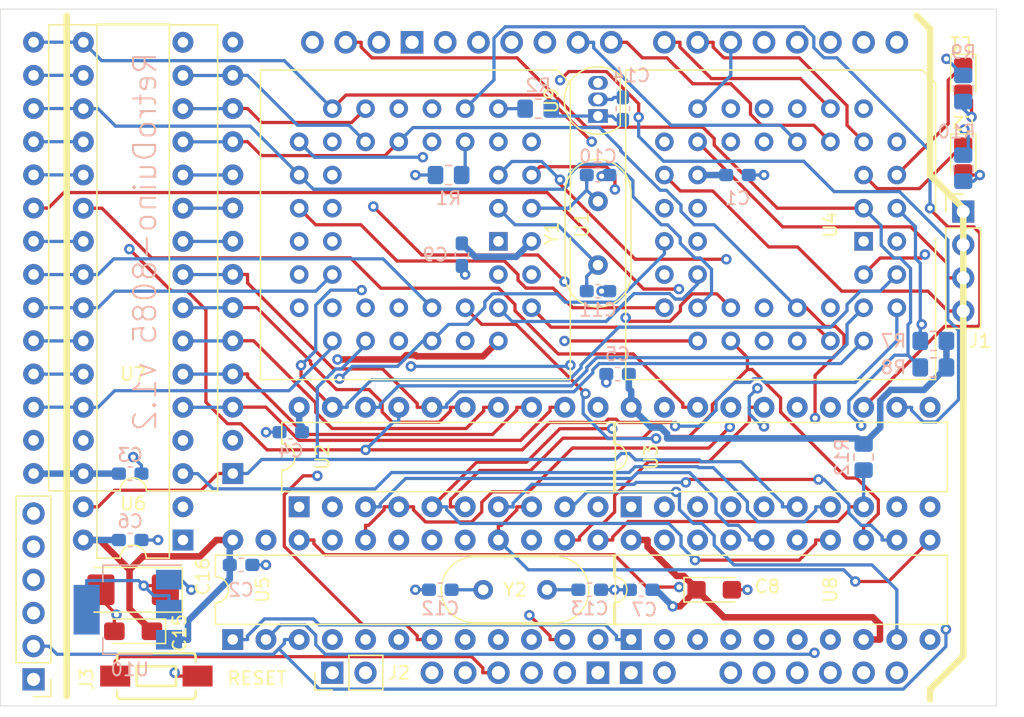
<source format=kicad_pcb>
(kicad_pcb (version 20221018) (generator pcbnew)
  (layers (0 "F.Cu" signal) (1 "In1.Cu" power "GND") (2 "In2.Cu" signal) (31 "B.Cu" signal) (34 "B.Paste" user) (35 "F.Paste" user) (36 "B.SilkS" user "B.Silkscreen") (37 "F.SilkS" user "F.Silkscreen") (38 "B.Mask" user) (39 "F.Mask" user) (44 "Edge.Cuts" user))
  (net 0 "")
  (net 1 "GND")
  (net 2 "+5V")
  (net 3 "Net-(U1-X1)")
  (net 4 "Net-(U1-X2)")
  (net 5 "Net-(U5-X1{slash}CLK)")
  (net 6 "Net-(U5-X2)")
  (net 7 "/~{EXT_RESET}")
  (net 8 "+3.3V")
  (net 10 "/D7")
  (net 11 "/D6")
  (net 12 "/D5")
  (net 13 "/D4")
  (net 14 "/D3")
  (net 15 "/D2")
  (net 16 "/D1")
  (net 17 "/D0")
  (net 18 "/~{WR}")
  (net 19 "/~{RD}")
  (net 20 "/A0")
  (net 21 "/A1")
  (net 22 "/A2")
  (net 23 "/PB7_TIMER1")
  (net 24 "Net-(J2-Pin_1)")
  (net 25 "Net-(J2-Pin_2)")
  (net 27 "/TXD")
  (net 28 "/RXD")
  (net 29 "/RST55")
  (net 30 "/TRAP")
  (net 31 "/ROMDIS")
  (net 32 "/PB6_TIMER2")
  (net 33 "/RESET")
  (net 34 "/PA2")
  (net 35 "/RST65")
  (net 37 "/A8")
  (net 38 "/A9")
  (net 39 "/A10")
  (net 40 "/A11")
  (net 41 "/A12")
  (net 42 "/A13")
  (net 43 "/A14")
  (net 44 "/A15")
  (net 46 "/ALE")
  (net 48 "/IO{slash}~{M}")
  (net 49 "/SYSCLK")
  (net 51 "/A7")
  (net 52 "/A6")
  (net 53 "/A5")
  (net 54 "/A4")
  (net 55 "/A3")
  (net 56 "/~{UART_INT}")
  (net 57 "/PA3")
  (net 58 "/~{CS_ADC}")
  (net 59 "/PA4")
  (net 60 "/~{CS_UART}")
  (net 61 "/~{CS_RAM}")
  (net 62 "/~{CS_ROM}")
  (net 63 "/PA5")
  (net 64 "/PA6")
  (net 65 "/PB2")
  (net 66 "/PB3")
  (net 67 "/PA7")
  (net 69 "/RST75")
  (net 70 "/~{VIA_INT}")
  (net 71 "/~{CS_VIA}")
  (net 76 "/ADC0")
  (net 77 "/ADC1")
  (net 78 "/ADC2")
  (net 79 "/ADC3")
  (net 83 "Net-(J1-Pin_3)")
  (net 84 "Net-(J1-Pin_4)")
  (net 85 "/PB0")
  (net 86 "Net-(D2-A)")
  (net 93 "/PB1")
  (net 94 "Net-(D3-A)")
  (net 95 "Net-(J1-Pin_2)")
  (net 96 "Net-(J1-Pin_1)")
  (net 97 "/PA1_SDA")
  (net 98 "/PA0_SCL")
  (net 99 "/PB4")
  (net 100 "/PB5")
  (footprint "Connector_PinHeader_2.54mm:PinHeader_1x02_P2.54mm_Vertical" (layer "F.Cu") (at 166.365 99.06 90)
    (fp_text reference "J2")
    (fp_text value "~")
  )
  (footprint "Package_DIP:DIP-32_W7.62mm" (layer "F.Cu") (at 154.94 88.9 180)
    (fp_text reference "U6")
    (fp_text value "UM61512AK")
  )
  (footprint "Package_DIP:DIP-20_W7.62mm" (layer "F.Cu") (at 189.23 96.52 90)
    (fp_text reference "U8")
    (fp_text value "ADC0844")
  )
  (footprint "Crystal:Crystal_HC49-U_Vertical" (layer "F.Cu") (at 182.79 92.71 180)
    (fp_text reference "Y2")
    (fp_text value "3.6864MHz")
  )
  (footprint "Package_LCC:PLCC-44_THT-Socket" (layer "F.Cu") (at 179.07 66.04 -90)
    (fp_text reference "U1")
    (fp_text value "MSM80C85AH")
  )
  (footprint "Capacitor_Tantalum_SMD:CP_EIA-3216-18_Kemet-A" (layer "F.Cu") (at 195.58 92.71)
    (fp_text reference "C8")
    (fp_text value "10u")
  )
  (footprint "LED_SMD:LED_0805_2012Metric_Pad1.15x1.40mm_HandSolder" (layer "F.Cu") (at 214.63 53.578 -90)
    (fp_text reference "D2" hide)
    (fp_text value "LED")
  )
  (footprint "Connector_PinHeader_2.54mm:PinHeader_1x04_P2.54mm_Vertical" (layer "F.Cu") (at 214.63 63.754)
    (fp_text reference "J1")
    (fp_text value "Conn_01x04")
  )
  (footprint "Package_TO_SOT_THT:TO-92L_Inline" (layer "F.Cu") (at 186.69 56.445 90)
    (fp_text reference "U9")
    (fp_text value "DS1233-10")
  )
  (footprint "Package_DIP:DIP-20_W7.62mm" (layer "F.Cu") (at 163.83 86.36 90)
    (fp_text reference "U2")
    (fp_text value "74LS573")
  )
  (footprint "Connector_PinHeader_2.54mm:PinHeader_1x06_P2.54mm_Vertical" (layer "F.Cu") (at 143.51 99.568 180)
    (fp_text reference "J3")
    (fp_text value "~")
  )
  (footprint "Crystal:Crystal_HC49-U_Vertical" (layer "F.Cu") (at 186.69 67.855 90)
    (fp_text reference "Y1")
    (fp_text value "14.7456MHz")
  )
  (footprint "Package_DIP:DIP-28_W15.24mm" (layer "F.Cu") (at 158.755 83.81 180)
    (fp_text reference "U7")
    (fp_text value "W27C512")
  )
  (footprint "Package_DIP:DIP-20_W7.62mm" (layer "F.Cu") (at 189.23 86.36 90)
    (fp_text reference "U3")
    (fp_text value "GAL16V8")
  )
  (footprint "Package_LCC:PLCC-44_THT-Socket" (layer "F.Cu") (at 207.01 66.04 -90)
    (fp_text reference "U4")
    (fp_text value "W65C22x6TPL")
  )
  (footprint "Package_DIP:DIP-24_W7.62mm" (layer "F.Cu") (at 158.75 96.52 90)
    (fp_text reference "U5")
    (fp_text value "SCC2691AC1N24")
  )
  (footprint "Capacitor_Tantalum_SMD:CP_EIA-6032-28_Kemet-C" (layer "F.Cu") (at 151.13 92.71 180)
    (fp_text reference "C16")
    (fp_text value "22u")
  )
  (footprint "MyLibrary2023:Arduino_Uno_8085_Base_1" (layer "F.Cu") (at 146.05 101.6)
    (fp_text reference "A1" hide)
    (fp_text value "Arduino_Uno_R3_Shield" hide)
    (fp_rect (start -5.08 -53.34) (end 71.12 0) (stroke (width 0.05)) (fill none) (layer "Edge.Cuts"))
  )
  (footprint "LED_SMD:LED_0805_2012Metric_Pad1.15x1.40mm_HandSolder" (layer "F.Cu") (at 214.63 59.674 -90)
    (fp_text reference "D3" hide)
    (fp_text value "LED")
  )
  (footprint "MyLibrary2023:TACTILE_SWITCH_SMD_6.0X3.5MM" (layer "F.Cu") (at 152.908 99.314)
    (fp_text reference "SW1" hide)
    (fp_text value "SW_Push")
  )
  (footprint "Capacitor_Tantalum_SMD:CP_EIA-3216-18_Kemet-A_Pad1.58x1.35mm_HandSolder" (layer "F.Cu") (at 151.13 95.885 180)
    (fp_text reference "C15")
    (fp_text value "10u")
  )
  (footprint "Resistor_SMD:R_0805_2012Metric_Pad1.20x1.40mm_HandSolder" (layer "B.Cu") (at 207.01 82.55 -90)
    (fp_text reference "R12")
    (fp_text value "10K")
  )
  (footprint "Capacitor_SMD:C_0603_1608Metric_Pad1.08x0.95mm_HandSolder" (layer "B.Cu") (at 174.625 92.71)
    (fp_text reference "C12")
    (fp_text value "22p")
  )
  (footprint "Package_TO_SOT_SMD:SOT-223-3_TabPin2" (layer "B.Cu") (at 150.724 94.234 180)
    (fp_text reference "U10")
    (fp_text value "AMS1117-3.3")
  )
  (footprint "Capacitor_SMD:C_0603_1608Metric_Pad1.08x0.95mm_HandSolder" (layer "B.Cu") (at 188.1875 76.2)
    (fp_text reference "C5")
    (fp_text value "100n")
  )
  (footprint "Capacitor_SMD:C_0603_1608Metric_Pad1.08x0.95mm_HandSolder" (layer "B.Cu") (at 176.276 67.056 -90)
    (fp_text reference "C9")
    (fp_text value "100n")
  )
  (footprint "Capacitor_SMD:C_0603_1608Metric_Pad1.08x0.95mm_HandSolder" (layer "B.Cu") (at 186.055 92.71)
    (fp_text reference "C13")
    (fp_text value "22p")
  )
  (footprint "Resistor_SMD:R_0805_2012Metric_Pad1.20x1.40mm_HandSolder" (layer "B.Cu") (at 212.344 75.692)
    (fp_text reference "R8")
    (fp_text value "4K7")
  )
  (footprint "Resistor_SMD:R_0805_2012Metric_Pad1.20x1.40mm_HandSolder" (layer "B.Cu") (at 214.63 60.436 90)
    (fp_text reference "R10")
    (fp_text value "1K")
  )
  (footprint "Capacitor_SMD:C_0603_1608Metric_Pad1.08x0.95mm_HandSolder" (layer "B.Cu") (at 150.9025 88.9 180)
    (fp_text reference "C6")
    (fp_text value "100n")
  )
  (footprint "Capacitor_SMD:C_0603_1608Metric_Pad1.08x0.95mm_HandSolder" (layer "B.Cu") (at 186.69 69.85)
    (fp_text reference "C11")
    (fp_text value "22p")
  )
  (footprint "Capacitor_SMD:C_0603_1608Metric_Pad1.08x0.95mm_HandSolder" (layer "B.Cu") (at 150.9025 83.82 180)
    (fp_text reference "C3")
    (fp_text value "100n")
  )
  (footprint "Capacitor_SMD:C_0603_1608Metric_Pad1.08x0.95mm_HandSolder" (layer "B.Cu") (at 186.69 60.96 180)
    (fp_text reference "C10")
    (fp_text value "22p")
  )
  (footprint "Resistor_SMD:R_0805_2012Metric_Pad1.20x1.40mm_HandSolder" (layer "B.Cu") (at 212.344 73.66)
    (fp_text reference "R7")
    (fp_text value "4K7")
  )
  (footprint "Capacitor_SMD:C_0603_1608Metric_Pad1.08x0.95mm_HandSolder" (layer "B.Cu") (at 163.195 80.645)
    (fp_text reference "C4")
    (fp_text value "100n")
  )
  (footprint "Capacitor_SMD:C_0603_1608Metric_Pad1.08x0.95mm_HandSolder" (layer "B.Cu") (at 197.358 60.96 180)
    (fp_text reference "C1")
    (fp_text value "100n")
  )
  (footprint "Capacitor_SMD:C_0603_1608Metric_Pad1.08x0.95mm_HandSolder" (layer "B.Cu") (at 189.992 92.71 180)
    (fp_text reference "C7")
    (fp_text value "100n")
  )
  (footprint "Capacitor_SMD:C_0603_1608Metric_Pad1.08x0.95mm_HandSolder" (layer "B.Cu") (at 188.595 55.88 -90)
    (fp_text reference "C14")
    (fp_text value "100n")
  )
  (footprint "Capacitor_SMD:C_0603_1608Metric_Pad1.08x0.95mm_HandSolder" (layer "B.Cu") (at 159.385 90.805 180)
    (fp_text reference "C2")
    (fp_text value "100n")
  )
  (footprint "Resistor_SMD:R_0805_2012Metric_Pad1.20x1.40mm_HandSolder" (layer "B.Cu") (at 175.26 60.96 180)
    (fp_text reference "R1")
    (fp_text value "10K")
  )
  (footprint "Resistor_SMD:R_0805_2012Metric_Pad1.20x1.40mm_HandSolder" (layer "B.Cu") (at 182.118 55.88)
    (fp_text reference "R2")
    (fp_text value "10K")
  )
  (footprint "Resistor_SMD:R_0805_2012Metric_Pad1.20x1.40mm_HandSolder" (layer "B.Cu") (at 214.63 54.34 90)
    (fp_text reference "R9")
    (fp_text value "1K")
  )
  (gr_text "RetroDuino-8085 v1.2" (at 153.035 51.435 90) (layer "B.SilkS") (effects (font (size 1.7 1.7)) (justify left bottom mirror)))
  (gr_text "RESET" (at 158.242 100.076) (layer "F.SilkS") (effects (font (size 1 1)) (justify left bottom)))
  (gr_text "L1" (at 215.392 50.276 180) (layer "F.SilkS") (effects (font (size 1 1)) (justify left bottom)))
  (gr_text "L2" (at 215.646 56.372 180) (layer "F.SilkS") (effects (font (size 1 1)) (justify left bottom)))
  (segment (start 149.692 94.7825) (end 149.692 95.3337) (width 0.25) (layer "F.Cu") (net 1))
  (segment (start 149.6925 95.3342) (end 149.6925 95.885) (width 0.25) (layer "F.Cu") (net 1))
  (segment (start 156.058 99.314) (end 154.559 99.314) (width 0.25) (layer "F.Cu") (net 1))
  (segment (start 148.668 93.0662) (end 148.668 92.71) (width 0.25) (layer "F.Cu") (net 1))
  (segment (start 148.6675 93.0657) (end 148.6675 92.71) (width 0.25) (layer "F.Cu") (net 1))
  (segment (start 148.668 93.0662) (end 148.6675 93.0657) (width 0.25) (layer "F.Cu") (net 1))
  (segment (start 149.86 94.615) (end 148.668 93.4225) (width 0.25) (layer "F.Cu") (net 1))
  (segment (start 149.86 94.615) (end 149.692 94.7825) (width 0.25) (layer "F.Cu") (net 1))
  (segment (start 149.692 95.3337) (end 149.692 95.885) (width 0.25) (layer "F.Cu") (net 1))
  (segment (start 148.668 93.4225) (end 148.668 93.0662) (width 0.25) (layer "F.Cu") (net 1))
  (segment (start 196.93 92.71) (end 198.12 92.71) (width 0.25) (layer "F.Cu") (net 1))
  (segment (start 154.559 99.314) (end 154.305 99.06) (width 0.25) (layer "F.Cu") (net 1))
  (segment (start 149.692 95.3337) (end 149.6925 95.3342) (width 0.25) (layer "F.Cu") (net 1))
  (via (at 172.72 60.96) (size 0.8) (drill 0.4) (layers "F.Cu" "B.Cu") (net 1))
  (via (at 151.13 82.55) (size 0.8) (drill 0.4) (layers "F.Cu" "B.Cu") (net 1))
  (via (at 186.9645 69.85) (size 0.8) (drill 0.4) (layers "F.Cu" "B.Cu") (net 1))
  (via (at 149.86 94.615) (size 0.8) (drill 0.4) (layers "F.Cu" "B.Cu") (net 1))
  (via (at 154.305 99.06) (size 0.8) (drill 0.4) (layers "F.Cu" "B.Cu") (net 1))
  (via (at 187.325 76.835) (size 0.8) (drill 0.4) (layers "F.Cu" "B.Cu") (net 1))
  (via (at 176.53 68.58) (size 0.8) (drill 0.4) (layers "F.Cu" "B.Cu") (net 1))
  (via (at 155.575 92.71) (size 0.8) (drill 0.4) (layers "F.Cu" "B.Cu") (net 1))
  (via (at 214.7195 57.4745) (size 0.8) (drill 0.4) (layers "F.Cu" "B.Cu") (net 1))
  (via (at 153.035 88.9) (size 0.8) (drill 0.4) (layers "F.Cu" "B.Cu") (net 1))
  (via (at 187.96 92.71) (size 0.8) (drill 0.4) (layers "F.Cu" "B.Cu") (net 1))
  (via (at 186.9645 61.0495) (size 0.8) (drill 0.4) (layers "F.Cu" "B.Cu") (net 1))
  (via (at 172.72 92.71) (size 0.8) (drill 0.4) (layers "F.Cu" "B.Cu") (net 1))
  (via (at 213.345843 52.067272) (size 0.8) (drill 0.4) (layers "F.Cu" "B.Cu") (net 1))
  (via (at 161.29 90.805) (size 0.8) (drill 0.4) (layers "F.Cu" "B.Cu") (net 1))
  (via (at 198.12 92.71) (size 0.8) (drill 0.4) (layers "F.Cu" "B.Cu") (net 1))
  (via (at 161.295899 80.650899) (size 0.8) (drill 0.4) (layers "F.Cu" "B.Cu") (net 1))
  (via (at 199.39 60.96) (size 0.8) (drill 0.4) (layers "F.Cu" "B.Cu") (net 1))
  (segment (start 187.5525 60.96) (end 186.875 60.96) (width 0.25) (layer "B.Cu") (net 1))
  (segment (start 174.26 60.96) (end 172.72 60.96) (width 0.25) (layer "B.Cu") (net 1))
  (segment (start 214.7195 57.4745) (end 215.011 57.766) (width 0.25) (layer "B.Cu") (net 1))
  (segment (start 154.799 91.934) (end 155.575 92.71) (width 0.25) (layer "B.Cu") (net 1))
  (segment (start 151.765 83.82) (end 151.765 83.185) (width 0.25) (layer "B.Cu") (net 1))
  (segment (start 176.276 68.326) (end 176.53 68.58) (width 0.25) (layer "B.Cu") (net 1))
  (segment (start 173.762 92.71) (end 173.7625 92.71) (width 0.25) (layer "B.Cu") (net 1))
  (segment (start 213.357272 52.067272) (end 214.63 53.34) (width 0.25) (layer "B.Cu") (net 1))
  (segment (start 198.2205 60.96) (end 199.39 60.96) (width 0.25) (layer "B.Cu") (net 1))
  (segment (start 188.064 56.7425) (end 188.595 56.7425) (width 0.25) (layer "B.Cu") (net 1))
  (segment (start 162.3325 80.645) (end 161.29 80.645) (width 0.25) (layer "B.Cu") (net 1))
  (segment (start 213.345843 52.067272) (end 213.357272 52.067272) (width 0.25) (layer "B.Cu") (net 1))
  (segment (start 160.248 90.805) (end 160.2475 90.805) (width 0.25) (layer "B.Cu") (net 1))
  (segment (start 186.69 56.445) (end 183.683 56.445) (width 0.25) (layer "B.Cu") (net 1))
  (segment (start 215.011 59.055) (end 214.63 59.436) (width 0.25) (layer "B.Cu") (net 1))
  (segment (start 173.762 92.71) (end 172.72 92.71) (width 0.25) (layer "B.Cu") (net 1))
  (segment (start 187.5525 69.85) (end 186.9645 69.85) (width 0.25) (layer "B.Cu") (net 1))
  (segment (start 153.874 91.934) (end 154.799 91.934) (width 0.25) (layer "B.Cu") (net 1))
  (segment (start 183.683 56.445) (end 183.118 55.88) (width 0.25) (layer "B.Cu") (net 1))
  (segment (start 187.767 56.445) (end 188.064 56.7425) (width 0.25) (layer "B.Cu") (net 1))
  (segment (start 186.918 92.71) (end 187.96 92.71) (width 0.25) (layer "B.Cu") (net 1))
  (segment (start 215.011 57.766) (end 215.011 59.055) (width 0.25) (layer "B.Cu") (net 1))
  (segment (start 186.875 60.96) (end 186.9645 61.0495) (width 0.25) (layer "B.Cu") (net 1))
  (segment (start 176.276 67.9185) (end 176.276 68.326) (width 0.25) (layer "B.Cu") (net 1))
  (segment (start 186.918 92.71) (end 186.9175 92.71) (width 0.25) (layer "B.Cu") (net 1))
  (segment (start 186.69 56.445) (end 187.767 56.445) (width 0.25) (layer "B.Cu") (net 1))
  (segment (start 151.765 83.185) (end 151.13 82.55) (width 0.25) (layer "B.Cu") (net 1))
  (segment (start 151.765 88.9) (end 153.035 88.9) (width 0.25) (layer "B.Cu") (net 1))
  (segment (start 187.325 76.2) (end 187.325 76.835) (width 0.25) (layer "B.Cu") (net 1))
  (segment (start 187.96 92.71) (end 189.1295 92.71) (width 0.25) (layer "B.Cu") (net 1))
  (segment (start 160.248 90.805) (end 161.29 90.805) (width 0.25) (layer "B.Cu") (net 1))
  (segment (start 161.29 80.645) (end 161.295899 80.650899) (width 0.25) (layer "B.Cu") (net 1))
  (segment (start 192.96 93.98) (end 194.23 92.71) (width 0.5) (layer "F.Cu") (net 2))
  (segment (start 171.704 75.0774) (end 166.761 75.0774) (width 0.5) (layer "F.Cu") (net 2))
  (segment (start 190.482 88.9) (end 189.23 88.9) (width 0.5) (layer "F.Cu") (net 2))
  (segment (start 192.712 91.6494) (end 190.482 89.4188) (width 0.5) (layer "F.Cu") (net 2))
  (segment (start 150.854 91.1822) (end 148.572 88.9) (width 0.5) (layer "F.Cu") (net 2))
  (segment (start 190.482 89.4188) (end 190.482 88.9) (width 0.5) (layer "F.Cu") (net 2))
  (segment (start 172.732 74.7544) (end 172.027 74.7544) (width 0.5) (layer "F.Cu") (net 2))
  (segment (start 156.246 90.1519) (end 151.884 90.1519) (width 0.5) (layer "F.Cu") (net 2))
  (segment (start 151.711 95.0283) (end 150.854 94.1716) (width 0.5) (layer "F.Cu") (net 2))
  (segment (start 196.336 94.8162) (end 194.23 92.71) (width 0.5) (layer "F.Cu") (net 2))
  (segment (start 148.572 88.9) (end 147.32 88.9) (width 0.5) (layer "F.Cu") (net 2))
  (segment (start 207.716 94.8162) (end 196.336 94.8162) (width 0.5) (layer "F.Cu") (net 2))
  (segment (start 151.884 90.1519) (end 150.854 91.1822) (width 0.5) (layer "F.Cu") (net 2))
  (segment (start 152.568 95.885) (end 151.711 95.0283) (width 0.5) (layer "F.Cu") (net 2))
  (segment (start 179.07 73.66) (end 177.895 74.8351) (width 0.5) (layer "F.Cu") (net 2))
  (segment (start 158.75 88.9) (end 157.498 88.9) (width 0.5) (layer "F.Cu") (net 2))
  (segment (start 193.248 91.6494) (end 192.712 91.6494) (width 0.5) (layer "F.Cu") (net 2))
  (segment (start 208.262 96.52) (end 208.262 95.3623) (width 0.5) (layer "F.Cu") (net 2))
  (segment (start 172.813 74.8351) (end 172.732 74.7544) (width 0.5) (layer "F.Cu") (net 2))
  (segment (start 150.854 94.1716) (end 150.854 91.1822) (width 0.5) (layer "F.Cu") (net 2))
  (segment (start 152.5675 95.8848) (end 152.5675 95.885) (width 0.5) (layer "F.Cu") (net 2))
  (segment (start 207.01 96.52) (end 208.262 96.52) (width 0.5) (layer "F.Cu") (net 2))
  (segment (start 157.498 88.9) (end 156.246 90.1519) (width 0.5) (layer "F.Cu") (net 2))
  (segment (start 208.262 95.3623) (end 207.716 94.8162) (width 0.5) (layer "F.Cu") (net 2))
  (segment (start 194.23 92.71) (end 194.23 92.6309) (width 0.5) (layer "F.Cu") (net 2))
  (segment (start 172.027 74.7544) (end 171.704 75.0774) (width 0.5) (layer "F.Cu") (net 2))
  (segment (start 194.23 92.6309) (end 193.248 91.6494) (width 0.5) (layer "F.Cu") (net 2))
  (segment (start 151.711 95.0283) (end 152.5675 95.8848) (width 0.5) (layer "F.Cu") (net 2))
  (segment (start 177.895 74.8351) (end 172.813 74.8351) (width 0.5) (layer "F.Cu") (net 2))
  (segment (start 192.405 93.98) (end 192.96 93.98) (width 0.5) (layer "F.Cu") (net 2))
  (via (at 166.761 75.0774) (size 0.8) (drill 0.4) (layers "F.Cu" "B.Cu") (net 2))
  (via (at 192.405 93.98) (size 0.8) (drill 0.4) (layers "F.Cu" "B.Cu") (net 2))
  (segment (start 190.8545 92.71) (end 191.135 92.71) (width 0.5) (layer "B.Cu") (net 2))
  (segment (start 189.05 77.3081) (end 189.23 77.4881) (width 0.5) (layer "B.Cu") (net 2))
  (segment (start 208.28 78.2234) (end 209.095 77.4088) (width 0.5) (layer "B.Cu") (net 2))
  (segment (start 158.522 90.5093) (end 158.5225 90.5098) (width 0.5) (layer "B.Cu") (net 2))
  (segment (start 211.627 77.4088) (end 213.344 75.692) (width 0.5) (layer "B.Cu") (net 2))
  (segment (start 189.23 77.4881) (end 189.23 78.74) (width 0.5) (layer "B.Cu") (net 2))
  (segment (start 191.135 92.71) (end 192.405 93.98) (width 0.5) (layer "B.Cu") (net 2))
  (segment (start 158.522 90.5093) (end 158.522 89.1275) (width 0.5) (layer "B.Cu") (net 2))
  (segment (start 189.05 76.2) (end 189.05 77.3081) (width 0.5) (layer "B.Cu") (net 2))
  (segment (start 155.326 95.0878) (end 158.522 91.8912) (width 0.5) (layer "B.Cu") (net 2))
  (segment (start 164.0575 80.4327) (end 164.0575 80.645) (width 0.5) (layer "B.Cu") (net 2))
  (segment (start 158.522 91.8912) (end 158.522 90.5093) (width 0.5) (layer "B.Cu") (net 2))
  (segment (start 190.776459 80.286459) (end 189.23 78.74) (width 0.5) (layer "B.Cu") (net 2))
  (segment (start 164.058 80.4322) (end 164.0575 80.4327) (width 0.5) (layer "B.Cu") (net 2))
  (segment (start 196.4955 60.96) (end 194.31 60.96) (width 0.5) (layer "B.Cu") (net 2))
  (segment (start 150.04 83.82) (end 147.32 83.82) (width 0.5) (layer "B.Cu") (net 2))
  (segment (start 191.483082 80.284) (end 190.778918 80.284) (width 0.5) (layer "B.Cu") (net 2))
  (segment (start 177.304 67.2217) (end 180.428 67.2217) (width 0.5) (layer "B.Cu") (net 2))
  (segment (start 163.83 78.74) (end 163.83 79.9919) (width 0.5) (layer "B.Cu") (net 2))
  (segment (start 158.522 89.1275) (end 158.75 88.9) (width 0.5) (layer "B.Cu") (net 2))
  (segment (start 163.83 79.9919) (end 164.058 80.2194) (width 0.5) (layer "B.Cu") (net 2))
  (segment (start 147.32 83.82) (end 143.525 83.82) (width 0.5) (layer "B.Cu") (net 2))
  (segment (start 207.01 81.55) (end 206.583 81.1226) (width 0.5) (layer "B.Cu") (net 2))
  (segment (start 143.525 83.82) (end 143.515 83.81) (width 0.5) (layer "B.Cu") (net 2))
  (segment (start 153.874 96.534) (end 155.326 96.534) (width 0.5) (layer "B.Cu") (net 2))
  (segment (start 176.276 66.1935) (end 177.304 67.2217) (width 0.5) (layer "B.Cu") (net 2))
  (segment (start 158.5225 90.5098) (end 158.5225 90.805) (width 0.5) (layer "B.Cu") (net 2))
  (segment (start 180.428 67.2217) (end 181.61 66.04) (width 0.5) (layer "B.Cu") (net 2))
  (segment (start 150.04 88.9) (end 147.32 88.9) (width 0.5) (layer "B.Cu") (net 2))
  (segment (start 190.778918 80.284) (end 190.776459 80.286459) (width 0.5) (layer "B.Cu") (net 2))
  (segment (start 164.058 80.4322) (end 164.058 80.645) (width 0.5) (layer "B.Cu") (net 2))
  (segment (start 164.058 80.2194) (end 164.058 80.4322) (width 0.5) (layer "B.Cu") (net 2))
  (segment (start 191.981 81.1226) (end 191.981 80.781918) (width 0.5) (layer "B.Cu") (net 2))
  (segment (start 191.981 80.781918) (end 191.483082 80.284) (width 0.5) (layer "B.Cu") (net 2))
  (segment (start 206.583 81.1226) (end 191.981 81.1226) (width 0.5) (layer "B.Cu") (net 2))
  (segment (start 209.095 77.4088) (end 211.627 77.4088) (width 0.5) (layer "B.Cu") (net 2))
  (segment (start 155.326 96.534) (end 155.326 95.0878) (width 0.5) (layer "B.Cu") (net 2))
  (segment (start 208.28 80.28) (end 208.28 78.2234) (width 0.5) (layer "B.Cu") (net 2))
  (segment (start 207.01 81.55) (end 208.28 80.28) (width 0.5) (layer "B.Cu") (net 2))
  (segment (start 213.344 73.66) (end 213.344 75.692) (width 0.5) (layer "B.Cu") (net 2))
  (segment (start 185.828 60.96) (end 185.828 61.5362) (width 0.25) (layer "B.Cu") (net 3))
  (segment (start 181.61 63.5) (end 184.44 63.5) (width 0.25) (layer "B.Cu") (net 3))
  (segment (start 185.8275 61.5357) (end 185.8275 60.96) (width 0.25) (layer "B.Cu") (net 3))
  (segment (start 185.828 61.5362) (end 185.8275 61.5357) (width 0.25) (layer "B.Cu") (net 3))
  (segment (start 185.828 62.1125) (end 186.69 62.975) (width 0.25) (layer "B.Cu") (net 3))
  (segment (start 185.828 61.5362) (end 185.828 62.1125) (width 0.25) (layer "B.Cu") (net 3))
  (segment (start 184.44 63.5) (end 185.828 62.1125) (width 0.25) (layer "B.Cu") (net 3))
  (segment (start 185.828 69.2837) (end 185.828 68.7175) (width 0.25) (layer "B.Cu") (net 4))
  (segment (start 180.34 64.77) (end 179.07 63.5) (width 0.25) (layer "B.Cu") (net 4))
  (segment (start 185.828 69.2837) (end 185.8275 69.2842) (width 0.25) (layer "B.Cu") (net 4))
  (segment (start 185.828 68.7175) (end 186.69 67.855) (width 0.25) (layer "B.Cu") (net 4))
  (segment (start 183.605 64.77) (end 180.34 64.77) (width 0.25) (layer "B.Cu") (net 4))
  (segment (start 185.828 69.85) (end 185.828 69.2837) (width 0.25) (layer "B.Cu") (net 4))
  (segment (start 185.8275 69.2842) (end 185.8275 69.85) (width 0.25) (layer "B.Cu") (net 4))
  (segment (start 186.69 67.855) (end 183.605 64.77) (width 0.25) (layer "B.Cu") (net 4))
  (segment (start 175.488 92.71) (end 177.91 92.71) (width 0.25) (layer "B.Cu") (net 5))
  (segment (start 175.488 92.71) (end 175.4875 92.71) (width 0.25) (layer "B.Cu") (net 5))
  (segment (start 185.192 92.71) (end 185.1925 92.71) (width 0.25) (layer "B.Cu") (net 6))
  (segment (start 185.192 92.71) (end 182.79 92.71) (width 0.25) (layer "B.Cu") (net 6))
  (segment (start 177.88 98.69) (end 177.017 97.8273) (width 0.25) (layer "F.Cu") (net 7))
  (segment (start 183.1 72.61) (end 203.42 72.61) (width 0.25) (layer "F.Cu") (net 7))
  (segment (start 149.758 98.1871) (end 149.758 99.314) (width 0.25) (layer "F.Cu") (net 7))
  (segment (start 177.017 97.8273) (end 150.118 97.8273) (width 0.25) (layer "F.Cu") (net 7))
  (segment (start 177.88 99.06) (end 177.88 98.69) (width 0.25) (layer "F.Cu") (net 7))
  (segment (start 179.07 99.06) (end 177.88 99.06) (width 0.25) (layer "F.Cu") (net 7))
  (segment (start 150.118 97.8273) (end 149.758 98.1871) (width 0.25) (layer "F.Cu") (net 7))
  (segment (start 203.42 72.61) (end 204.47 73.66) (width 0.25) (layer "F.Cu") (net 7))
  (segment (start 181.61 71.12) (end 183.1 72.61) (width 0.25) (layer "F.Cu") (net 7))
  (segment (start 187.767 55.175) (end 187.924 55.0175) (width 0.25) (layer "B.Cu") (net 7))
  (segment (start 186.69 55.175) (end 187.767 55.175) (width 0.25) (layer "B.Cu") (net 7))
  (segment (start 187.924 55.0175) (end 188.595 55.0175) (width 0.25) (layer "B.Cu") (net 7))
  (segment (start 153.592 92.71) (end 153.4355 92.5534) (width 0.25) (layer "F.Cu") (net 8))
  (segment (start 153.4355 92.5534) (end 153.279 92.3968) (width 0.25) (layer "F.Cu") (net 8))
  (segment (start 153.279 92.3968) (end 151.939 92.3968) (width 0.25) (layer "F.Cu") (net 8))
  (segment (start 153.4359 92.5534) (end 153.5925 92.71) (width 0.25) (layer "F.Cu") (net 8))
  (segment (start 153.4355 92.5534) (end 153.4359 92.5534) (width 0.25) (layer "F.Cu") (net 8))
  (via (at 151.939 92.3968) (size 0.8) (drill 0.4) (layers "F.Cu" "B.Cu") (net 8))
  (segment (start 152.7 93.1571) (end 151.939 92.3968) (width 0.25) (layer "B.Cu") (net 8))
  (segment (start 151.55 92.0071) (end 151.939 92.3968) (width 0.25) (layer "B.Cu") (net 8))
  (segment (start 147.574 92.0071) (end 151.55 92.0071) (width 0.25) (layer "B.Cu") (net 8))
  (segment (start 147.574 94.234) (end 147.574 92.0071) (width 0.25) (layer "B.Cu") (net 8))
  (segment (start 153.874 93.1571) (end 152.7 93.1571) (width 0.25) (layer "B.Cu") (net 8))
  (segment (start 153.874 94.234) (end 153.874 93.1571) (width 0.25) (layer "B.Cu") (net 8))
  (segment (start 171.32 67.5419) (end 179.534 67.5419) (width 0.25) (layer "F.Cu") (net 10))
  (segment (start 168.548 64.77) (end 171.32 67.5419) (width 0.25) (layer "F.Cu") (net 10))
  (segment (start 181.18 69.6181) (end 183.256 69.6181) (width 0.25) (layer "F.Cu") (net 10))
  (segment (start 183.256 69.6181) (end 184.758 71.12) (width 0.25) (layer "F.Cu") (net 10))
  (segment (start 180.572 68.5799) (end 180.572 69.0099) (width 0.25) (layer "F.Cu") (net 10))
  (segment (start 180.572 69.0099) (end 181.18 69.6181) (width 0.25) (layer "F.Cu") (net 10))
  (segment (start 179.534 67.5419) (end 180.572 68.5799) (width 0.25) (layer "F.Cu") (net 10))
  (segment (start 165.1 64.77) (end 168.548 64.77) (width 0.25) (layer "F.Cu") (net 10))
  (segment (start 163.83 63.5) (end 165.1 64.77) (width 0.25) (layer "F.Cu") (net 10))
  (segment (start 184.758 71.12) (end 191.77 71.12) (width 0.25) (layer "F.Cu") (net 10))
  (via (at 192.67 85.2155) (size 0.8) (drill 0.4) (layers "F.Cu" "B.Cu") (net 10))
  (segment (start 143.515 60.95) (end 147.31 60.95) (width 0.25) (layer "B.Cu") (net 10))
  (segment (start 197.0984 90.805) (end 195.58 89.2866) (width 0.25) (layer "B.Cu") (net 10))
  (segment (start 193.975 87.63) (end 192.922 86.5769) (width 0.25) (layer "B.Cu") (net 10))
  (segment (start 184.714 86.36) (end 185.858 85.2155) (width 0.25) (layer "B.Cu") (net 10))
  (segment (start 195.58 88.5654) (end 194.645 87.63) (width 0.25) (layer "B.Cu") (net 10))
  (segment (start 207.645 90.805) (end 197.0984 90.805) (width 0.25) (layer "B.Cu") (net 10))
  (segment (start 147.31 60.95) (end 147.32 60.96) (width 0.25) (layer "B.Cu") (net 10))
  (segment (start 209.55 96.52) (end 209.55 92.71) (width 0.25) (layer "B.Cu") (net 10))
  (segment (start 209.55 92.71) (end 207.645 90.805) (width 0.25) (layer "B.Cu") (net 10))
  (segment (start 192.922 86.5769) (end 192.922 85.4678) (width 0.25) (layer "B.Cu") (net 10))
  (segment (start 194.645 87.63) (end 193.975 87.63) (width 0.25) (layer "B.Cu") (net 10))
  (segment (start 185.858 85.2155) (end 192.67 85.2155) (width 0.25) (layer "B.Cu") (net 10))
  (segment (start 192.922 85.4678) (end 192.67 85.2155) (width 0.25) (layer "B.Cu") (net 10))
  (segment (start 184.15 86.36) (end 184.714 86.36) (width 0.25) (layer "B.Cu") (net 10))
  (segment (start 195.58 89.2866) (end 195.58 88.5654) (width 0.25) (layer "B.Cu") (net 10))
  (segment (start 179.304 87.7731) (end 179.07 87.7731) (width 0.25) (layer "F.Cu") (net 11))
  (segment (start 180.483 86.36) (end 180.483 86.5935) (width 0.25) (layer "F.Cu") (net 11))
  (segment (start 212.09 88.9) (end 208.915 92.075) (width 0.25) (layer "F.Cu") (net 11))
  (segment (start 173.214 67.0818) (end 169.504 63.3718) (width 0.25) (layer "F.Cu") (net 11))
  (segment (start 180.483 86.5935) (end 179.304 87.7731) (width 0.25) (layer "F.Cu") (net 11))
  (segment (start 181.61 86.36) (end 180.483 86.36) (width 0.25) (layer "F.Cu") (net 11))
  (segment (start 182.094 67.0818) (end 173.214 67.0818) (width 0.25) (layer "F.Cu") (net 11))
  (segment (start 194.31 73.66) (end 184.128 73.66) (width 0.25) (layer "F.Cu") (net 11))
  (segment (start 184.128 69.1159) (end 182.094 67.0818) (width 0.25) (layer "F.Cu") (net 11))
  (segment (start 179.07 87.7731) (end 179.07 88.9) (width 0.25) (layer "F.Cu") (net 11))
  (segment (start 208.915 92.075) (end 206.375 92.075) (width 0.25) (layer "F.Cu") (net 11))
  (via (at 169.504 63.3718) (size 0.8) (drill 0.4) (layers "F.Cu" "B.Cu") (net 11))
  (via (at 184.128 73.66) (size 0.8) (drill 0.4) (layers "F.Cu" "B.Cu") (net 11))
  (via (at 206.375 92.075) (size 0.8) (drill 0.4) (layers "F.Cu" "B.Cu") (net 11))
  (via (at 184.128 69.1159) (size 0.8) (drill 0.4) (layers "F.Cu" "B.Cu") (net 11))
  (segment (start 205.482 91.182) (end 181.352 91.182) (width 0.25) (layer "B.Cu") (net 11))
  (segment (start 147.31 58.41) (end 147.32 58.42) (width 0.25) (layer "B.Cu") (net 11))
  (segment (start 181.352 91.182) (end 179.07 88.9) (width 0.25) (layer "B.Cu") (net 11))
  (segment (start 143.515 58.41) (end 147.31 58.41) (width 0.25) (layer "B.Cu") (net 11))
  (segment (start 206.375 92.075) (end 205.482 91.182) (width 0.25) (layer "B.Cu") (net 11))
  (segment (start 193.632 84.2638) (end 193.407 84.4885) (width 0.25) (layer "F.Cu") (net 12))
  (segment (start 203.561 84.2638) (end 193.632 84.2638) (width 0.25) (layer "F.Cu") (net 12))
  (via (at 203.561 84.2638) (size 0.8) (drill 0.4) (layers "F.Cu" "B.Cu") (net 12))
  (via (at 193.407 84.4885) (size 0.8) (drill 0.4) (layers "F.Cu" "B.Cu") (net 12))
  (segment (start 192.011 64.77) (end 192.98 65.7395) (width 0.25) (layer "B.Cu") (net 12))
  (segment (start 206.82 87.7731) (end 205.883 86.8366) (width 0.25) (layer "B.Cu") (net 12))
  (segment (start 195.374 68.1702) (end 195.374 70.0561) (width 0.25) (layer "B.Cu") (net 12))
  (segment (start 184.508 60.9245) (end 185.295 60.1382) (width 0.25) (layer "B.Cu") (net 12))
  (segment (start 192.98 66.1812) (end 194.109 67.31) (width 0.25) (layer "B.Cu") (net 12))
  (segment (start 179.07 86.36) (end 180.197 86.36) (width 0.25) (layer "B.Cu") (net 12))
  (segment (start 164.916 62.0457) (end 184.083 62.0457) (width 0.25) (layer "B.Cu") (net 12))
  (segment (start 188.109 60.1382) (end 189.363 61.3923) (width 0.25) (layer "B.Cu") (net 12))
  (segment (start 163.83 60.96) (end 164.916 62.0457) (width 0.25) (layer "B.Cu") (net 12))
  (segment (start 184.508 61.6199) (end 184.508 60.9245) (width 0.25) (layer "B.Cu") (net 12))
  (segment (start 208.423 88.6182) (end 207.578 87.7731) (width 0.25) (layer "B.Cu") (net 12))
  (segment (start 143.515 55.87) (end 147.31 55.87) (width 0.25) (layer "B.Cu") (net 12))
  (segment (start 149.784 57.2174) (end 160.087 57.2174) (width 0.25) (layer "B.Cu") (net 12))
  (segment (start 191.532 64.77) (end 192.011 64.77) (width 0.25) (layer "B.Cu") (net 12))
  (segment (start 194.109 67.31) (end 194.514 67.31) (width 0.25) (layer "B.Cu") (net 12))
  (segment (start 147.31 55.87) (end 147.32 55.88) (width 0.25) (layer "B.Cu") (net 12))
  (segment (start 160.087 57.2174) (end 163.83 60.96) (width 0.25) (layer "B.Cu") (net 12))
  (segment (start 207.578 87.7731) (end 206.82 87.7731) (width 0.25) (layer "B.Cu") (net 12))
  (segment (start 147.32 55.88) (end 148.447 55.88) (width 0.25) (layer "B.Cu") (net 12))
  (segment (start 189.363 62.6014) (end 191.532 64.77) (width 0.25) (layer "B.Cu") (net 12))
  (segment (start 205.883 86.8366) (end 205.883 86.1631) (width 0.25) (layer "B.Cu") (net 12))
  (segment (start 181.637 84.64) (end 189.452 84.64) (width 0.25) (layer "B.Cu") (net 12))
  (segment (start 205.883 86.1631) (end 203.984 84.2638) (width 0.25) (layer "B.Cu") (net 12))
  (segment (start 194.514 67.31) (end 195.374 68.1702) (width 0.25) (layer "B.Cu") (net 12))
  (segment (start 189.363 61.3923) (end 189.363 62.6014) (width 0.25) (layer "B.Cu") (net 12))
  (segment (start 148.447 55.88) (end 149.784 57.2174) (width 0.25) (layer "B.Cu") (net 12))
  (segment (start 203.984 84.2638) (end 203.561 84.2638) (width 0.25) (layer "B.Cu") (net 12))
  (segment (start 189.603 84.4885) (end 193.407 84.4885) (width 0.25) (layer "B.Cu") (net 12))
  (segment (start 184.083 62.0457) (end 184.508 61.6199) (width 0.25) (layer "B.Cu") (net 12))
  (segment (start 195.374 70.0561) (end 194.31 71.12) (width 0.25) (layer "B.Cu") (net 12))
  (segment (start 180.197 86.0804) (end 181.637 84.64) (width 0.25) (layer "B.Cu") (net 12))
  (segment (start 192.98 65.7395) (end 192.98 66.1812) (width 0.25) (layer "B.Cu") (net 12))
  (segment (start 185.295 60.1382) (end 188.109 60.1382) (width 0.25) (layer "B.Cu") (net 12))
  (segment (start 180.197 86.36) (end 180.197 86.0804) (width 0.25) (layer "B.Cu") (net 12))
  (segment (start 189.452 84.64) (end 189.603 84.4885) (width 0.25) (layer "B.Cu") (net 12))
  (segment (start 208.423 88.9) (end 208.423 88.6182) (width 0.25) (layer "B.Cu") (net 12))
  (segment (start 209.55 88.9) (end 208.423 88.9) (width 0.25) (layer "B.Cu") (net 12))
  (segment (start 207.244 87.7731) (end 208.137 86.8797) (width 0.25) (layer "F.Cu") (net 13))
  (segment (start 207.01 88.9) (end 207.01 87.7731) (width 0.25) (layer "F.Cu") (net 13))
  (segment (start 200.66 79.1058) (end 200.66 78.0281) (width 0.25) (layer "F.Cu") (net 13))
  (segment (start 190.83 80.4071) (end 191.432 80.4071) (width 0.25) (layer "F.Cu") (net 13))
  (segment (start 190.13 81.1069) (end 190.13 81.1068) (width 0.25) (layer "F.Cu") (net 13))
  (segment (start 177.64 83.5767) (end 181.54 83.5767) (width 0.25) (layer "F.Cu") (net 13))
  (segment (start 191.432 80.4071) (end 192.003 80.9781) (width 0.25) (layer "F.Cu") (net 13))
  (segment (start 193.666 80.9781) (end 195.437 79.2068) (width 0.25) (layer "F.Cu") (net 13))
  (segment (start 206.468 84.1559) (end 205.71 84.1559) (width 0.25) (layer "F.Cu") (net 13))
  (segment (start 176.53 86.36) (end 175.403 86.36) (width 0.25) (layer "F.Cu") (net 13))
  (segment (start 208.137 86.8797) (end 208.137 85.8248) (width 0.25) (layer "F.Cu") (net 13))
  (segment (start 196.85 73.66) (end 198.12 74.9299) (width 0.25) (layer "F.Cu") (net 13))
  (segment (start 205.71 84.1559) (end 200.66 79.1058) (width 0.25) (layer "F.Cu") (net 13))
  (segment (start 207.01 87.7731) (end 207.244 87.7731) (width 0.25) (layer "F.Cu") (net 13))
  (segment (start 184.01 81.1069) (end 190.13 81.1069) (width 0.25) (layer "F.Cu") (net 13))
  (segment (start 195.437 78.533) (end 198.12 75.85) (width 0.25) (layer "F.Cu") (net 13))
  (segment (start 175.403 86.36) (end 175.403 85.8139) (width 0.25) (layer "F.Cu") (net 13))
  (segment (start 198.482 75.85) (end 198.12 75.85) (width 0.25) (layer "F.Cu") (net 13))
  (segment (start 198.12 74.9299) (end 198.12 75.85) (width 0.25) (layer "F.Cu") (net 13))
  (segment (start 208.137 85.8248) (end 206.468 84.1559) (width 0.25) (layer "F.Cu") (net 13))
  (segment (start 200.66 78.0281) (end 198.482 75.85) (width 0.25) (layer "F.Cu") (net 13))
  (segment (start 181.54 83.5767) (end 184.01 81.1069) (width 0.25) (layer "F.Cu") (net 13))
  (segment (start 195.437 79.2068) (end 195.437 78.533) (width 0.25) (layer "F.Cu") (net 13))
  (segment (start 192.003 80.9781) (end 193.666 80.9781) (width 0.25) (layer "F.Cu") (net 13))
  (segment (start 190.13 81.1068) (end 190.83 80.4071) (width 0.25) (layer "F.Cu") (net 13))
  (segment (start 175.403 85.8139) (end 177.64 83.5767) (width 0.25) (layer "F.Cu") (net 13))
  (via (at 173.292 59.5975) (size 0.8) (drill 0.4) (layers "F.Cu" "B.Cu") (net 13))
  (segment (start 147.31 53.33) (end 147.32 53.34) (width 0.25) (layer "B.Cu") (net 13))
  (segment (start 165.008 59.5975) (end 163.83 58.42) (width 0.25) (layer "B.Cu") (net 13))
  (segment (start 173.292 59.5975) (end 165.008 59.5975) (width 0.25) (layer "B.Cu") (net 13))
  (segment (start 143.515 53.33) (end 147.31 53.33) (width 0.25) (layer "B.Cu") (net 13))
  (segment (start 203.343 88.9) (end 203.343 89.1817) (width 0.25) (layer "F.Cu") (net 14))
  (segment (start 202.084 90.4413) (end 194.119 90.4413) (width 0.25) (layer "F.Cu") (net 14))
  (segment (start 203.343 89.1817) (end 202.084 90.4413) (width 0.25) (layer "F.Cu") (net 14))
  (segment (start 204.47 88.9) (end 203.343 88.9) (width 0.25) (layer "F.Cu") (net 14))
  (segment (start 192.996 70.962) (end 193.899 70.0585) (width 0.25) (layer "F.Cu") (net 14))
  (segment (start 189.078 72.1581) (end 192.2 72.1581) (width 0.25) (layer "F.Cu") (net 14))
  (segment (start 181.212 82.9468) (end 183.779 80.38) (width 0.25) (layer "F.Cu") (net 14))
  (segment (start 192.996 71.3624) (end 192.996 70.962) (width 0.25) (layer "F.Cu") (net 14))
  (segment (start 192.2 72.1581) (end 192.996 71.3624) (width 0.25) (layer "F.Cu") (net 14))
  (segment (start 195.788 70.0585) (end 196.85 71.12) (width 0.25) (layer "F.Cu") (net 14))
  (segment (start 183.779 80.38) (end 187.777 80.38) (width 0.25) (layer "F.Cu") (net 14))
  (segment (start 177.403 82.9468) (end 181.212 82.9468) (width 0.25) (layer "F.Cu") (net 14))
  (segment (start 188.803 71.883) (end 189.078 72.1581) (width 0.25) (layer "F.Cu") (net 14))
  (segment (start 167.414 54.8362) (end 166.37 55.88) (width 0.25) (layer "F.Cu") (net 14))
  (segment (start 186.207 58.4037) (end 182.639 54.8362) (width 0.25) (layer "F.Cu") (net 14))
  (segment (start 182.639 54.8362) (end 167.414 54.8362) (width 0.25) (layer "F.Cu") (net 14))
  (segment (start 173.99 86.36) (end 177.403 82.9468) (width 0.25) (layer "F.Cu") (net 14))
  (segment (start 193.899 70.0585) (end 195.788 70.0585) (width 0.25) (layer "F.Cu") (net 14))
  (via (at 194.119 90.4413) (size 0.8) (drill 0.4) (layers "F.Cu" "B.Cu") (net 14))
  (via (at 188.803 71.883) (size 0.8) (drill 0.4) (layers "F.Cu" "B.Cu") (net 14))
  (via (at 186.207 58.4037) (size 0.8) (drill 0.4) (layers "F.Cu" "B.Cu") (net 14))
  (via (at 187.777 80.38) (size 0.8) (drill 0.4) (layers "F.Cu" "B.Cu") (net 14))
  (segment (start 166.37 55.88) (end 162.695 52.205) (width 0.25) (layer "B.Cu") (net 14))
  (segment (start 147.31 50.79) (end 147.32 50.8) (width 0.25) (layer "B.Cu") (net 14))
  (segment (start 176.153 87.63) (end 192.101 87.63) (width 0.25) (layer "B.Cu") (net 14))
  (segment (start 175.117 86.5935) (end 176.153 87.63) (width 0.25) (layer "B.Cu") (net 14))
  (segment (start 175.117 86.36) (end 175.117 86.5935) (width 0.25) (layer "B.Cu") (net 14))
  (segment (start 193.04 88.5686) (end 193.04 89.3625) (width 0.25) (layer "B.Cu") (net 14))
  (segment (start 148.725 52.205) (end 147.32 50.8) (width 0.25) (layer "B.Cu") (net 14))
  (segment (start 143.515 50.79) (end 147.31 50.79) (width 0.25) (layer "B.Cu") (net 14))
  (segment (start 193.04 89.3625) (end 194.119 90.4413) (width 0.25) (layer "B.Cu") (net 14))
  (segment (start 192.101 87.63) (end 193.04 88.5686) (width 0.25) (layer "B.Cu") (net 14))
  (segment (start 173.99 86.36) (end 175.117 86.36) (width 0.25) (layer "B.Cu") (net 14))
  (segment (start 162.695 52.205) (end 148.725 52.205) (width 0.25) (layer "B.Cu") (net 14))
  (segment (start 170.323 86.36) (end 170.323 86.5935) (width 0.25) (layer "F.Cu") (net 15))
  (segment (start 184.738 81.861) (end 195.162 81.861) (width 0.25) (layer "F.Cu") (net 15))
  (segment (start 171.45 86.36) (end 172.577 86.36) (width 0.25) (layer "F.Cu") (net 15))
  (segment (start 172.577 86.36) (end 172.577 86.5935) (width 0.25) (layer "F.Cu") (net 15))
  (segment (start 177.8 86.0136) (end 178.606 85.2079) (width 0.25) (layer "F.Cu") (net 15))
  (segment (start 173.503 87.5199) (end 177.03 87.5199) (width 0.25) (layer "F.Cu") (net 15))
  (segment (start 177.03 87.5199) (end 177.8 86.7495) (width 0.25) (layer "F.Cu") (net 15))
  (segment (start 177.8 86.7495) (end 177.8 86.0136) (width 0.25) (layer "F.Cu") (net 15))
  (segment (start 169.144 87.7731) (end 168.91 87.7731) (width 0.25) (layer "F.Cu") (net 15))
  (segment (start 195.162 81.861) (end 196.774 80.2483) (width 0.25) (layer "F.Cu") (net 15))
  (segment (start 171.45 86.36) (end 170.323 86.36) (width 0.25) (layer "F.Cu") (net 15))
  (segment (start 172.577 86.5935) (end 173.503 87.5199) (width 0.25) (layer "F.Cu") (net 15))
  (segment (start 168.91 87.7731) (end 168.91 88.9) (width 0.25) (layer "F.Cu") (net 15))
  (segment (start 178.606 85.2079) (end 181.391 85.2079) (width 0.25) (layer "F.Cu") (net 15))
  (segment (start 181.391 85.2079) (end 184.738 81.861) (width 0.25) (layer "F.Cu") (net 15))
  (segment (start 170.323 86.5935) (end 169.144 87.7731) (width 0.25) (layer "F.Cu") (net 15))
  (via (at 196.774 80.2483) (size 0.8) (drill 0.4) (layers "F.Cu" "B.Cu") (net 15))
  (segment (start 167.64 57.15) (end 168.91 58.42) (width 0.25) (layer "B.Cu") (net 15))
  (segment (start 158.745 53.34) (end 158.755 53.33) (width 0.25) (layer "B.Cu") (net 15))
  (segment (start 158.755 53.33) (end 159.882 53.33) (width 0.25) (layer "B.Cu") (net 15))
  (segment (start 154.94 53.34) (end 158.745 53.34) (width 0.25) (layer "B.Cu") (net 15))
  (segment (start 163.702 57.15) (end 167.64 57.15) (width 0.25) (layer "B.Cu") (net 15))
  (segment (start 159.882 53.33) (end 163.702 57.15) (width 0.25) (layer "B.Cu") (net 15))
  (segment (start 159.882 55.87) (end 160.95 56.938) (width 0.25) (layer "F.Cu") (net 16))
  (segment (start 158.755 55.87) (end 159.882 55.87) (width 0.25) (layer "F.Cu") (net 16))
  (segment (start 167.852 56.938) (end 168.91 55.88) (width 0.25) (layer "F.Cu") (net 16))
  (segment (start 160.95 56.938) (end 167.852 56.938) (width 0.25) (layer "F.Cu") (net 16))
  (segment (start 171.975 84.1881) (end 189.264 84.1881) (width 0.25) (layer "B.Cu") (net 16))
  (segment (start 193.704 83.744) (end 195.719 85.7592) (width 0.25) (layer "B.Cu") (net 16))
  (segment (start 189.709 83.744) (end 193.704 83.744) (width 0.25) (layer "B.Cu") (net 16))
  (segment (start 189.264 84.1881) (end 189.709 83.744) (width 0.25) (layer "B.Cu") (net 16))
  (segment (start 195.719 86.834) (end 196.658 87.7731) (width 0.25) (layer "B.Cu") (net 16))
  (segment (start 195.719 85.7592) (end 195.719 86.834) (width 0.25) (layer "B.Cu") (net 16))
  (segment (start 168.91 86.36) (end 170.037 86.36) (width 0.25) (layer "B.Cu") (net 16))
  (segment (start 198.263 88.6182) (end 198.263 88.9) (width 0.25) (layer "B.Cu") (net 16))
  (segment (start 158.745 55.88) (end 158.755 55.87) (width 0.25) (layer "B.Cu") (net 16))
  (segment (start 170.037 86.1265) (end 171.975 84.1881) (width 0.25) (layer "B.Cu") (net 16))
  (segment (start 198.263 88.9) (end 199.39 88.9) (width 0.25) (layer "B.Cu") (net 16))
  (segment (start 196.658 87.7731) (end 197.418 87.7731) (width 0.25) (layer "B.Cu") (net 16))
  (segment (start 154.94 55.88) (end 158.745 55.88) (width 0.25) (layer "B.Cu") (net 16))
  (segment (start 197.418 87.7731) (end 198.263 88.6182) (width 0.25) (layer "B.Cu") (net 16))
  (segment (start 170.037 86.36) (end 170.037 86.1265) (width 0.25) (layer "B.Cu") (net 16))
  (segment (start 190.412 92.5013) (end 192.896 92.5013) (width 0.25) (layer "F.Cu") (net 17))
  (segment (start 160.945 59.4733) (end 159.882 58.41) (width 0.25) (layer "F.Cu") (net 17))
  (segment (start 164.957 88.9) (end 164.957 89.1818) (width 0.25) (layer "F.Cu") (net 17))
  (segment (start 203.296 76.3019) (end 205.508 74.09) (width 0.25) (layer "F.Cu") (net 17))
  (segment (start 187.938 90.0269) (end 190.412 92.5013) (width 0.25) (layer "F.Cu") (net 17))
  (segment (start 204.053 72.5493) (end 202.624 71.12) (width 0.25) (layer "F.Cu") (net 17))
  (segment (start 159.882 58.41) (end 158.755 58.41) (width 0.25) (layer "F.Cu") (net 17))
  (segment (start 165.802 90.0269) (end 187.938 90.0269) (width 0.25) (layer "F.Cu") (net 17))
  (segment (start 202.624 71.12) (end 201.93 71.12) (width 0.25) (layer "F.Cu") (net 17))
  (segment (start 164.957 89.1818) (end 165.802 90.0269) (width 0.25) (layer "F.Cu") (net 17))
  (segment (start 163.83 88.9) (end 164.957 88.9) (width 0.25) (layer "F.Cu") (net 17))
  (segment (start 205.508 73.1975) (end 204.86 72.5493) (width 0.25) (layer "F.Cu") (net 17))
  (segment (start 203.296 79.571) (end 203.296 76.3019) (width 0.25) (layer "F.Cu") (net 17))
  (segment (start 171.45 58.42) (end 170.397 59.4733) (width 0.25) (layer "F.Cu") (net 17))
  (segment (start 170.397 59.4733) (end 160.945 59.4733) (width 0.25) (layer "F.Cu") (net 17))
  (segment (start 205.508 74.09) (end 205.508 73.1975) (width 0.25) (layer "F.Cu") (net 17))
  (segment (start 204.86 72.5493) (end 204.053 72.5493) (width 0.25) (layer "F.Cu") (net 17))
  (via (at 203.296 79.571) (size 0.8) (drill 0.4) (layers "F.Cu" "B.Cu") (net 17))
  (via (at 192.896 92.5013) (size 0.8) (drill 0.4) (layers "F.Cu" "B.Cu") (net 17))
  (segment (start 158.745 58.42) (end 158.755 58.41) (width 0.25) (layer "B.Cu") (net 17))
  (segment (start 201.93 71.12) (end 195.58 64.77) (width 0.25) (layer "B.Cu") (net 17))
  (segment (start 172.545 57.325) (end 171.45 58.42) (width 0.25) (layer "B.Cu") (net 17))
  (segment (start 186.8 57.325) (end 172.545 57.325) (width 0.25) (layer "B.Cu") (net 17))
  (segment (start 193.04 63.7504) (end 193.04 63.2496) (width 0.25) (layer "B.Cu") (net 17))
  (segment (start 188.424 59.0995) (end 188.424 58.9487) (width 0.25) (layer "B.Cu") (net 17))
  (segment (start 191.916 62.1255) (end 191.45 62.1255) (width 0.25) (layer "B.Cu") (net 17))
  (segment (start 194.06 64.77) (end 193.04 63.7504) (width 0.25) (layer "B.Cu") (net 17))
  (segment (start 191.45 62.1255) (end 188.424 59.0995) (width 0.25) (layer "B.Cu") (net 17))
  (segment (start 154.94 58.42) (end 158.745 58.42) (width 0.25) (layer "B.Cu") (net 17))
  (segment (start 188.424 58.9487) (end 186.8 57.325) (width 0.25) (layer "B.Cu") (net 17))
  (segment (start 193.04 63.2496) (end 191.916 62.1255) (width 0.25) (layer "B.Cu") (net 17))
  (segment (start 195.58 64.77) (end 194.06 64.77) (width 0.25) (layer "B.Cu") (net 17))
  (via (at 166.913 76.5541) (size 0.8) (drill 0.4) (layers "F.Cu" "B.Cu") (net 18))
  (segment (start 191.77 66.04) (end 191.77 66.9952) (width 0.25) (layer "B.Cu") (net 18))
  (segment (start 166.952 76.5541) (end 166.913 76.5541) (width 0.25) (layer "B.Cu") (net 18))
  (segment (start 178.032 70.6587) (end 178.032 71.0972) (width 0.25) (layer "B.Cu") (net 18))
  (segment (start 178.637 70.0533) (end 178.032 70.6587) (width 0.25) (layer "B.Cu") (net 18))
  (segment (start 173.298 73.66) (end 171.352 75.6062) (width 0.25) (layer "B.Cu") (net 18))
  (segment (start 176.739 72.39) (end 175.26 72.39) (width 0.25) (layer "B.Cu") (net 18))
  (segment (start 171.352 75.6062) (end 171.352 75.6063) (width 0.25) (layer "B.Cu") (net 18))
  (segment (start 188.07 70.695) (end 184.189 70.695) (width 0.25) (layer "B.Cu") (net 18))
  (segment (start 184.189 70.695) (end 183.548 70.0533) (width 0.25) (layer "B.Cu") (net 18))
  (segment (start 175.26 72.39) (end 173.99 73.66) (width 0.25) (layer "B.Cu") (net 18))
  (segment (start 167.9 75.6063) (end 166.952 76.5541) (width 0.25) (layer "B.Cu") (net 18))
  (segment (start 191.77 66.9952) (end 188.07 70.695) (width 0.25) (layer "B.Cu") (net 18))
  (segment (start 183.548 70.0533) (end 178.637 70.0533) (width 0.25) (layer "B.Cu") (net 18))
  (segment (start 173.99 73.66) (end 173.298 73.66) (width 0.25) (layer "B.Cu") (net 18))
  (segment (start 171.352 75.6063) (end 167.9 75.6063) (width 0.25) (layer "B.Cu") (net 18))
  (segment (start 178.032 71.0972) (end 176.739 72.39) (width 0.25) (layer "B.Cu") (net 18))
  (segment (start 147.32 68.58) (end 143.525 68.58) (width 0.25) (layer "B.Cu") (net 19))
  (segment (start 164.918 94.9412) (end 161.174 94.9412) (width 0.25) (layer "B.Cu") (net 19))
  (segment (start 159.877 96.52) (end 158.75 96.52) (width 0.25) (layer "B.Cu") (net 19))
  (segment (start 148.447 68.58) (end 149.65 67.3773) (width 0.25) (layer "B.Cu") (net 19))
  (segment (start 189.23 96.52) (end 188.103 96.52) (width 0.25) (layer "B.Cu") (net 19))
  (segment (start 143.525 68.58) (end 143.515 68.57) (width 0.25) (layer "B.Cu") (net 19))
  (segment (start 159.877 96.2382) (end 159.877 96.52) (width 0.25) (layer "B.Cu") (net 19))
  (segment (start 188.103 96.2383) (end 187.258 95.3931) (width 0.25) (layer "B.Cu") (net 19))
  (segment (start 149.65 67.3773) (end 170.247 67.3773) (width 0.25) (layer "B.Cu") (net 19))
  (segment (start 161.174 94.9412) (end 159.877 96.2382) (width 0.25) (layer "B.Cu") (net 19))
  (segment (start 165.369 95.3931) (end 164.918 94.9412) (width 0.25) (layer "B.Cu") (net 19))
  (segment (start 188.103 96.52) (end 188.103 96.2383) (width 0.25) (layer "B.Cu") (net 19))
  (segment (start 187.258 95.3931) (end 165.369 95.3931) (width 0.25) (layer "B.Cu") (net 19))
  (segment (start 147.32 68.58) (end 148.447 68.58) (width 0.25) (layer "B.Cu") (net 19))
  (segment (start 170.247 67.3773) (end 173.99 71.12) (width 0.25) (layer "B.Cu") (net 19))
  (segment (start 163.976 76.3459) (end 163.976 75.5253) (width 0.25) (layer "F.Cu") (net 20))
  (segment (start 166.37 78.74) (end 163.976 76.3459) (width 0.25) (layer "F.Cu") (net 20))
  (via (at 163.976 75.5253) (size 0.8) (drill 0.4) (layers "F.Cu" "B.Cu") (net 20))
  (via (at 168.606 69.7716) (size 0.8) (drill 0.4) (layers "F.Cu" "B.Cu") (net 20))
  (segment (start 184.474 76.6479) (end 185.393 75.729) (width 0.25) (layer "B.Cu") (net 20))
  (segment (start 167.497 78.74) (end 167.497 78.5065) (width 0.25) (layer "B.Cu") (net 20))
  (segment (start 205.74 70.8696) (end 206.76 69.85) (width 0.25) (layer "B.Cu") (net 20))
  (segment (start 163.976 75.5253) (end 165.1 74.4012) (width 0.25) (layer "B.Cu") (net 20))
  (segment (start 166.37 78.74) (end 167.497 78.74) (width 0.25) (layer "B.Cu") (net 20))
  (segment (start 204.482 72.6099) (end 205.74 71.3522) (width 0.25) (layer "B.Cu") (net 20))
  (segment (start 188.281 72.6099) (end 204.482 72.6099) (width 0.25) (layer "B.Cu") (net 20))
  (segment (start 166.243 69.7716) (end 168.606 69.7716) (width 0.25) (layer "B.Cu") (net 20))
  (segment (start 205.74 71.3522) (end 205.74 70.8696) (width 0.25) (layer "B.Cu") (net 20))
  (segment (start 158.745 60.96) (end 158.755 60.95) (width 0.25) (layer "B.Cu") (net 20))
  (segment (start 167.497 78.5065) (end 169.356 76.6479) (width 0.25) (layer "B.Cu") (net 20))
  (segment (start 206.76 69.85) (end 208.28 69.85) (width 0.25) (layer "B.Cu") (net 20))
  (segment (start 185.393 75.729) (end 185.393 75.4978) (width 0.25) (layer "B.Cu") (net 20))
  (segment (start 165.1 74.4012) (end 165.1 70.9142) (width 0.25) (layer "B.Cu") (net 20))
  (segment (start 154.94 60.96) (end 158.745 60.96) (width 0.25) (layer "B.Cu") (net 20))
  (segment (start 185.393 75.4978) (end 188.281 72.6099) (width 0.25) (layer "B.Cu") (net 20))
  (segment (start 165.1 70.9142) (end 166.243 69.7716) (width 0.25) (layer "B.Cu") (net 20))
  (segment (start 169.356 76.6479) (end 184.474 76.6479) (width 0.25) (layer "B.Cu") (net 20))
  (segment (start 208.28 69.85) (end 209.55 68.58) (width 0.25) (layer "B.Cu") (net 20))
  (segment (start 172.863 96.52) (end 173.99 96.52) (width 0.25) (layer "F.Cu") (net 21))
  (segment (start 165.223 83.9863) (end 164.141 83.9863) (width 0.25) (layer "F.Cu") (net 21))
  (segment (start 172.018 95.3931) (end 172.863 96.2382) (width 0.25) (layer "F.Cu") (net 21))
  (segment (start 172.863 96.2382) (end 172.863 96.52) (width 0.25) (layer "F.Cu") (net 21))
  (segment (start 164.141 83.9863) (end 162.691 85.4363) (width 0.25) (layer "F.Cu") (net 21))
  (segment (start 168.7 95.3931) (end 172.018 95.3931) (width 0.25) (layer "F.Cu") (net 21))
  (segment (start 162.691 89.3841) (end 168.7 95.3931) (width 0.25) (layer "F.Cu") (net 21))
  (segment (start 162.691 85.4363) (end 162.691 89.3841) (width 0.25) (layer "F.Cu") (net 21))
  (via (at 165.223 83.9863) (size 0.8) (drill 0.4) (layers "F.Cu" "B.Cu") (net 21))
  (segment (start 168.91 78.74) (end 170.037 78.74) (width 0.25) (layer "B.Cu") (net 21))
  (segment (start 170.037 78.5065) (end 171.444 77.0998) (width 0.25) (layer "B.Cu") (net 21))
  (segment (start 154.94 63.5) (end 158.745 63.5) (width 0.25) (layer "B.Cu") (net 21))
  (segment (start 205.74 72.3899) (end 207.01 71.12) (width 0.25) (layer "B.Cu") (net 21))
  (segment (start 170.037 78.74) (end 170.037 78.5065) (width 0.25) (layer "B.Cu") (net 21))
  (segment (start 184.662 77.0998) (end 185.845 75.9162) (width 0.25) (layer "B.Cu") (net 21))
  (segment (start 185.845 75.9162) (end 185.845 75.6851) (width 0.25) (layer "B.Cu") (net 21))
  (segment (start 158.745 63.5) (end 158.755 63.49) (width 0.25) (layer "B.Cu") (net 21))
  (segment (start 204.697 74.9437) (end 205.74 73.9009) (width 0.25) (layer "B.Cu") (net 21))
  (segment (start 205.74 73.9009) (end 205.74 72.3899) (width 0.25) (layer "B.Cu") (net 21))
  (segment (start 186.587 74.9437) (end 204.697 74.9437) (width 0.25) (layer "B.Cu") (net 21))
  (segment (start 171.444 77.0998) (end 184.662 77.0998) (width 0.25) (layer "B.Cu") (net 21))
  (segment (start 185.845 75.6851) (end 186.587 74.9437) (width 0.25) (layer "B.Cu") (net 21))
  (segment (start 158.354 80) (end 156.698 78.344) (width 0.25) (layer "F.Cu") (net 22))
  (segment (start 156.698 71.2806) (end 155.267 69.85) (width 0.25) (layer "F.Cu") (net 22))
  (segment (start 156.698 78.344) (end 156.698 71.2806) (width 0.25) (layer "F.Cu") (net 22))
  (segment (start 159.375 80) (end 158.354 80) (width 0.25) (layer "F.Cu") (net 22))
  (segment (start 187.476 79.6531) (end 187.228 79.9009) (width 0.25) (layer "F.Cu") (net 22))
  (segment (start 192.59 80.1827) (end 192.308 79.9009) (width 0.25) (layer "F.Cu") (net 22))
  (segment (start 154.064 69.85) (end 150.846 66.6323) (width 0.25) (layer "F.Cu") (net 22))
  (segment (start 168.912 81.9984) (end 161.3734 81.9984) (width 0.25) (layer "F.Cu") (net 22))
  (segment (start 187.228 79.9009) (end 182.994 79.9009) (width 0.25) (layer "F.Cu") (net 22))
  (segment (start 180.896 81.9984) (end 168.912 81.9984) (width 0.25) (layer "F.Cu") (net 22))
  (segment (start 192.308 79.9009) (end 188.326 79.9009) (width 0.25) (layer "F.Cu") (net 22))
  (segment (start 161.3734 81.9984) (end 159.375 80) (width 0.25) (layer "F.Cu") (net 22))
  (segment (start 182.994 79.9009) (end 180.896 81.9984) (width 0.25) (layer "F.Cu") (net 22))
  (segment (start 155.267 69.85) (end 154.064 69.85) (width 0.25) (layer "F.Cu") (net 22))
  (segment (start 188.326 79.9009) (end 188.078 79.6531) (width 0.25) (layer "F.Cu") (net 22))
  (segment (start 188.078 79.6531) (end 187.476 79.6531) (width 0.25) (layer "F.Cu") (net 22))
  (via (at 168.912 81.9984) (size 0.8) (drill 0.4) (layers "F.Cu" "B.Cu") (net 22))
  (via (at 192.59 80.1827) (size 0.8) (drill 0.4) (layers "F.Cu" "B.Cu") (net 22))
  (via (at 150.846 66.6323) (size 0.8) (drill 0.4) (layers "F.Cu" "B.Cu") (net 22))
  (segment (start 171.45 78.74) (end 171.45 79.8669) (width 0.25) (layer "B.Cu") (net 22))
  (segment (start 195.723 78.2632) (end 195.723 78.9649) (width 0.25) (layer "B.Cu") (net 22))
  (segment (start 206.375 76.835) (end 199.464105 76.835) (width 0.25) (layer "B.Cu") (net 22))
  (segment (start 209.55 73.66) (end 206.375 76.835) (width 0.25) (layer "B.Cu") (net 22))
  (segment (start 171.044 79.8669) (end 168.912 81.9984) (width 0.25) (layer "B.Cu") (net 22))
  (segment (start 199.464105 76.835) (end 199.188305 76.5592) (width 0.25) (layer "B.Cu") (net 22))
  (segment (start 158.745 66.04) (end 158.755 66.03) (width 0.25) (layer "B.Cu") (net 22))
  (segment (start 198.311895 76.835) (end 197.1512 76.835) (width 0.25) (layer "B.Cu") (net 22))
  (segment (start 194.505 80.1827) (end 192.59 80.1827) (width 0.25) (layer "B.Cu") (net 22))
  (segment (start 197.1512 76.835) (end 195.723 78.2632) (width 0.25) (layer "B.Cu") (net 22))
  (segment (start 195.723 78.9649) (end 194.505 80.1827) (width 0.25) (layer "B.Cu") (net 22))
  (segment (start 154.94 66.04) (end 158.745 66.04) (width 0.25) (layer "B.Cu") (net 22))
  (segment (start 209.55 71.12) (end 209.55 73.66) (width 0.25) (layer "B.Cu") (net 22))
  (segment (start 199.188305 76.5592) (end 198.587695 76.5592) (width 0.25) (layer "B.Cu") (net 22))
  (segment (start 198.587695 76.5592) (end 198.311895 76.835) (width 0.25) (layer "B.Cu") (net 22))
  (segment (start 171.45 79.8669) (end 171.044 79.8669) (width 0.25) (layer "B.Cu") (net 22))
  (via (at 213.308 95.7422) (size 0.8) (drill 0.4) (layers "F.Cu" "B.Cu") (net 27))
  (segment (start 162.281 97.2243) (end 161.858 97.6469) (width 0.25) (layer "B.Cu") (net 27))
  (segment (start 161.858 97.6469) (end 145.306 97.6469) (width 0.25) (layer "B.Cu") (net 27))
  (segment (start 210.04 100.315) (end 213.308 97.0472) (width 0.25) (layer "B.Cu") (net 27))
  (segment (start 165.371 100.315) (end 210.04 100.315) (width 0.25) (layer "B.Cu") (net 27))
  (segment (start 144.687 97.028) (end 143.51 97.028) (width 0.25) (layer "B.Cu") (net 27))
  (segment (start 145.306 97.6469) (end 144.687 97.028) (width 0.25) (layer "B.Cu") (net 27))
  (segment (start 213.308 97.0472) (end 213.308 95.7422) (width 0.25) (layer "B.Cu") (net 27))
  (segment (start 162.703 96.52) (end 162.703 96.8018) (width 0.25) (layer "B.Cu") (net 27))
  (segment (start 162.703 96.8018) (end 162.281 97.2243) (width 0.25) (layer "B.Cu") (net 27))
  (segment (start 163.83 96.52) (end 162.703 96.52) (width 0.25) (layer "B.Cu") (net 27))
  (segment (start 162.281 97.2243) (end 165.371 100.315) (width 0.25) (layer "B.Cu") (net 27))
  (via (at 203.25 97.5372) (size 0.8) (drill 0.4) (layers "F.Cu" "B.Cu") (net 28))
  (segment (start 162.417 95.3931) (end 164.302 95.3931) (width 0.25) (layer "B.Cu") (net 28))
  (segment (start 164.302 95.3931) (end 165.1 96.1912) (width 0.25) (layer "B.Cu") (net 28))
  (segment (start 161.29 96.52) (end 162.417 95.3931) (width 0.25) (layer "B.Cu") (net 28))
  (segment (start 165.1 96.1912) (end 165.1 96.9183) (width 0.25) (layer "B.Cu") (net 28))
  (segment (start 165.829 97.6469) (end 203.14 97.6469) (width 0.25) (layer "B.Cu") (net 28))
  (segment (start 203.14 97.6469) (end 203.25 97.5372) (width 0.25) (layer "B.Cu") (net 28))
  (segment (start 165.1 96.9183) (end 165.829 97.6469) (width 0.25) (layer "B.Cu") (net 28))
  (segment (start 176.53 58.42) (end 176.53 60.69) (width 0.25) (layer "B.Cu") (net 29))
  (segment (start 176.53 60.69) (end 176.26 60.96) (width 0.25) (layer "B.Cu") (net 29))
  (segment (start 181.118 55.88) (end 179.07 55.88) (width 0.25) (layer "B.Cu") (net 30))
  (segment (start 189.536 67.409) (end 196.508 67.409) (width 0.25) (layer "F.Cu") (net 31))
  (segment (start 183.782 61.655) (end 189.536 67.409) (width 0.25) (layer "F.Cu") (net 31))
  (segment (start 183.782 61.3188) (end 183.782 61.655) (width 0.25) (layer "F.Cu") (net 31))
  (via (at 196.508 67.409) (size 0.8) (drill 0.4) (layers "F.Cu" "B.Cu") (net 31))
  (via (at 199.39 80.2063) (size 0.8) (drill 0.4) (layers "F.Cu" "B.Cu") (net 31))
  (via (at 183.782 61.3188) (size 0.8) (drill 0.4) (layers "F.Cu" "B.Cu") (net 31))
  (via (at 198.888 77.2842) (size 0.8) (drill 0.4) (layers "F.Cu" "B.Cu") (net 31))
  (segment (start 198.263 77.9092) (end 198.263 79.2464) (width 0.25) (layer "B.Cu") (net 31))
  (segment (start 182.385 59.9219) (end 183.782 61.3188) (width 0.25) (layer "B.Cu") (net 31))
  (segment (start 199.223 80.2063) (end 199.39 80.2063) (width 0.25) (layer "B.Cu") (net 31))
  (segment (start 179.07 60.96) (end 180.108 59.9219) (width 0.25) (layer "B.Cu") (net 31))
  (segment (start 198.888 77.2842) (end 198.263 77.9092) (width 0.25) (layer "B.Cu") (net 31))
  (segment (start 180.108 59.9219) (end 182.385 59.9219) (width 0.25) (layer "B.Cu") (net 31))
  (segment (start 198.263 79.2464) (end 199.223 80.2063) (width 0.25) (layer "B.Cu") (net 31))
  (segment (start 196.85 53.34) (end 196.85 50.8) (width 0.25) (layer "B.Cu") (net 32))
  (segment (start 194.31 55.88) (end 196.85 53.34) (width 0.25) (layer "B.Cu") (net 32))
  (segment (start 187.986 60.986) (end 187.325 60.325) (width 0.25) (layer "F.Cu") (net 33))
  (segment (start 184.15 96.52) (end 183.023 96.52) (width 0.25) (layer "F.Cu") (net 33))
  (segment (start 183.023 96.2383) (end 181.444 94.6597) (width 0.25) (layer "F.Cu") (net 33))
  (segment (start 187.325 60.325) (end 182.245 60.325) (width 0.25) (layer "F.Cu") (net 33))
  (segment (start 187.986 62.0677) (end 187.986 60.986) (width 0.25) (layer "F.Cu") (net 33))
  (segment (start 182.245 60.325) (end 181.61 60.96) (width 0.25) (layer "F.Cu") (net 33))
  (segment (start 183.023 96.52) (end 183.023 96.2383) (width 0.25) (layer "F.Cu") (net 33))
  (via (at 187.986 62.0677) (size 0.8) (drill 0.4) (layers "F.Cu" "B.Cu") (net 33))
  (via (at 181.444 94.6597) (size 0.8) (drill 0.4) (layers "F.Cu" "B.Cu") (net 33))
  (segment (start 213.481 57.0286) (end 213.481 53.7016) (width 0.25) (layer "F.Cu") (net 34))
  (segment (start 213.481 53.7016) (end 214.63 52.553) (width 0.25) (layer "F.Cu") (net 34))
  (segment (start 209.55 60.96) (end 213.481 57.0286) (width 0.25) (layer "F.Cu") (net 34))
  (segment (start 215.741 72.549) (end 215.9 72.39) (width 0.25) (layer "F.Cu") (net 35))
  (segment (start 215.424 64.929) (end 213.455 64.929) (width 0.25) (layer "F.Cu") (net 35))
  (segment (start 213.201 72.549) (end 215.741 72.549) (width 0.25) (layer "F.Cu") (net 35))
  (segment (start 213.455 64.929) (end 212.09 63.564) (width 0.25) (layer "F.Cu") (net 35))
  (segment (start 215.9 72.39) (end 215.9 65.405) (width 0.25) (layer "F.Cu") (net 35))
  (segment (start 207.01 78.74) (end 213.201 72.549) (width 0.25) (layer "F.Cu") (net 35))
  (segment (start 215.9 65.405) (end 215.424 64.929) (width 0.25) (layer "F.Cu") (net 35))
  (segment (start 212.09 63.564) (end 212.09 63.5) (width 0.25) (layer "F.Cu") (net 35))
  (via (at 212.09 63.5) (size 0.8) (drill 0.4) (layers "F.Cu" "B.Cu") (net 35))
  (segment (start 179.593665 49.6114) (end 178.7346 50.470465) (width 0.25) (layer "B.Cu") (net 35))
  (segment (start 204.962335 51.9886) (end 203.977665 51.9886) (width 0.25) (layer "B.Cu") (net 35))
  (segment (start 203.977665 51.9886) (end 203.2 51.210935) (width 0.25) (layer "B.Cu") (net 35))
  (segment (start 202.422335 49.6114) (end 179.593665 49.6114) (width 0.25) (layer "B.Cu") (net 35))
  (segment (start 178.7346 50.470465) (end 178.7346 53.6754) (width 0.25) (layer "B.Cu") (net 35))
  (segment (start 212.09 63.5) (end 212.09 59.116265) (width 0.25) (layer "B.Cu") (net 35))
  (segment (start 203.2 50.389065) (end 202.422335 49.6114) (width 0.25) (layer "B.Cu") (net 35))
  (segment (start 212.09 59.116265) (end 204.962335 51.9886) (width 0.25) (layer "B.Cu") (net 35))
  (segment (start 203.2 51.210935) (end 203.2 50.389065) (width 0.25) (layer "B.Cu") (net 35))
  (segment (start 178.7346 53.6754) (end 176.53 55.88) (width 0.25) (layer "B.Cu") (net 35))
  (segment (start 143.525 76.2) (end 143.515 76.19) (width 0.25) (layer "B.Cu") (net 37))
  (segment (start 147.32 76.2) (end 143.525 76.2) (width 0.25) (layer "B.Cu") (net 37))
  (segment (start 147.32 73.66) (end 143.525 73.66) (width 0.25) (layer "B.Cu") (net 38))
  (segment (start 143.525 73.66) (end 143.515 73.65) (width 0.25) (layer "B.Cu") (net 38))
  (segment (start 147.32 66.04) (end 143.525 66.04) (width 0.25) (layer "B.Cu") (net 39))
  (segment (start 143.525 66.04) (end 143.515 66.03) (width 0.25) (layer "B.Cu") (net 39))
  (segment (start 148.447 71.12) (end 147.32 71.12) (width 0.25) (layer "B.Cu") (net 40))
  (segment (start 147.32 71.12) (end 143.525 71.12) (width 0.25) (layer "B.Cu") (net 40))
  (segment (start 166.37 68.58) (end 165.1 69.85) (width 0.25) (layer "B.Cu") (net 40))
  (segment (start 143.525 71.12) (end 143.515 71.11) (width 0.25) (layer "B.Cu") (net 40))
  (segment (start 165.1 69.85) (end 149.717 69.85) (width 0.25) (layer "B.Cu") (net 40))
  (segment (start 149.717 69.85) (end 148.447 71.12) (width 0.25) (layer "B.Cu") (net 40))
  (segment (start 148.447 78.74) (end 149.717 77.47) (width 0.25) (layer "B.Cu") (net 42))
  (segment (start 149.717 77.47) (end 163.059 77.47) (width 0.25) (layer "B.Cu") (net 42))
  (segment (start 143.515 78.73) (end 147.31 78.73) (width 0.25) (layer "B.Cu") (net 42))
  (segment (start 166.37 74.1592) (end 166.37 73.66) (width 0.25) (layer "B.Cu") (net 42))
  (segment (start 147.31 78.73) (end 147.32 78.74) (width 0.25) (layer "B.Cu") (net 42))
  (segment (start 163.059 77.47) (end 166.37 74.1592) (width 0.25) (layer "B.Cu") (net 42))
  (segment (start 147.32 78.74) (end 148.447 78.74) (width 0.25) (layer "B.Cu") (net 42))
  (segment (start 189.527 83.2861) (end 194.315 83.2861) (width 0.25) (layer "B.Cu") (net 43))
  (segment (start 194.386 83.358) (end 195.506 83.358) (width 0.25) (layer "B.Cu") (net 43))
  (segment (start 198.929 87.5038) (end 202.481 87.5038) (width 0.25) (layer "B.Cu") (net 43))
  (segment (start 154.94 83.82) (end 156.067 83.82) (width 0.25) (layer "B.Cu") (net 43))
  (segment (start 194.315 83.2861) (end 194.386 83.358) (width 0.25) (layer "B.Cu") (net 43))
  (segment (start 189.077 83.7362) (end 189.527 83.2861) (width 0.25) (layer "B.Cu") (net 43))
  (segment (start 170.895 83.7362) (end 189.077 83.7362) (width 0.25) (layer "B.Cu") (net 43))
  (segment (start 195.506 83.358) (end 198.12 85.9723) (width 0.25) (layer "B.Cu") (net 43))
  (segment (start 198.12 86.6946) (end 198.929 87.5038) (width 0.25) (layer "B.Cu") (net 43))
  (segment (start 156.067 83.82) (end 157.234 84.9872) (width 0.25) (layer "B.Cu") (net 43))
  (segment (start 203.343 86.6417) (end 203.343 86.36) (width 0.25) (layer "B.Cu") (net 43))
  (segment (start 157.234 84.9872) (end 169.644 84.9872) (width 0.25) (layer "B.Cu") (net 43))
  (segment (start 203.343 86.36) (end 204.47 86.36) (width 0.25) (layer "B.Cu") (net 43))
  (segment (start 169.644 84.9872) (end 170.895 83.7362) (width 0.25) (layer "B.Cu") (net 43))
  (segment (start 198.12 85.9723) (end 198.12 86.6946) (width 0.25) (layer "B.Cu") (net 43))
  (segment (start 202.481 87.5038) (end 203.343 86.6417) (width 0.25) (layer "B.Cu") (net 43))
  (segment (start 148.447 86.36) (end 149.717 85.09) (width 0.25) (layer "F.Cu") (net 44))
  (segment (start 147.32 86.36) (end 148.447 86.36) (width 0.25) (layer "F.Cu") (net 44))
  (segment (start 156.348 85.09) (end 157.628 83.81) (width 0.25) (layer "F.Cu") (net 44))
  (segment (start 157.628 83.81) (end 158.755 83.81) (width 0.25) (layer "F.Cu") (net 44))
  (segment (start 149.717 85.09) (end 156.348 85.09) (width 0.25) (layer "F.Cu") (net 44))
  (segment (start 200.803 86.0804) (end 200.803 86.36) (width 0.25) (layer "B.Cu") (net 44))
  (segment (start 159.882 83.81) (end 160.96 82.7314) (width 0.25) (layer "B.Cu") (net 44))
  (segment (start 188.475 82.2824) (end 189.077 82.2824) (width 0.25) (layer "B.Cu") (net 44))
  (segment (start 166.635 75.8043) (end 167.062 75.8043) (width 0.25) (layer "B.Cu") (net 44))
  (segment (start 167.062 75.8043) (end 168.91 73.9568) (width 0.25) (layer "B.Cu") (net 44))
  (segment (start 165.219 77.2204) (end 166.635 75.8043) (width 0.25) (layer "B.Cu") (net 44))
  (segment (start 197.629 82.9061) (end 200.803 86.0804) (width 0.25) (layer "B.Cu") (net 44))
  (segment (start 158.755 83.81) (end 159.882 83.81) (width 0.25) (layer "B.Cu") (net 44))
  (segment (start 189.077 82.2824) (end 189.56 82.7647) (width 0.25) (layer "B.Cu") (net 44))
  (segment (start 188.026 82.7313) (end 188.475 82.2824) (width 0.25) (layer "B.Cu") (net 44))
  (segment (start 168.91 73.9568) (end 168.91 73.66) (width 0.25) (layer "B.Cu") (net 44))
  (segment (start 194.432 82.7648) (end 194.574 82.9061) (width 0.25) (layer "B.Cu") (net 44))
  (segment (start 194.574 82.9061) (end 197.629 82.9061) (width 0.25) (layer "B.Cu") (net 44))
  (segment (start 189.56 82.7648) (end 194.432 82.7648) (width 0.25) (layer "B.Cu") (net 44))
  (segment (start 189.56 82.7647) (end 189.56 82.7648) (width 0.25) (layer "B.Cu") (net 44))
  (segment (start 165.219 82.7313) (end 188.026 82.7313) (width 0.25) (layer "B.Cu") (net 44))
  (segment (start 165.219 82.7314) (end 165.219 82.7313) (width 0.25) (layer "B.Cu") (net 44))
  (segment (start 200.803 86.36) (end 201.93 86.36) (width 0.25) (layer "B.Cu") (net 44))
  (segment (start 165.219 82.7313) (end 165.219 77.2204) (width 0.25) (layer "B.Cu") (net 44))
  (segment (start 160.96 82.7314) (end 165.219 82.7314) (width 0.25) (layer "B.Cu") (net 44))
  (via (at 184.578 75.5163) (size 0.8) (drill 0.4) (layers "F.Cu" "B.Cu") (net 46))
  (via (at 172.379 75.6063) (size 0.8) (drill 0.4) (layers "F.Cu" "B.Cu") (net 46))
  (segment (start 184.488 75.6063) (end 184.578 75.5163) (width 0.25) (layer "B.Cu") (net 46))
  (segment (start 172.379 75.6063) (end 184.488 75.6063) (width 0.25) (layer "B.Cu") (net 46))
  (segment (start 177.8 72.39) (end 180.422 72.39) (width 0.25) (layer "F.Cu") (net 48))
  (segment (start 176.53 71.12) (end 177.8 72.39) (width 0.25) (layer "F.Cu") (net 48))
  (segment (start 180.422 72.39) (end 185.73 77.6984) (width 0.25) (layer "F.Cu") (net 48))
  (via (at 185.73 77.6984) (size 0.8) (drill 0.4) (layers "F.Cu" "B.Cu") (net 48))
  (via (at 191.131 81.134) (size 0.8) (drill 0.4) (layers "F.Cu" "B.Cu") (net 48))
  (segment (start 187.452 81.134) (end 191.131 81.134) (width 0.25) (layer "B.Cu") (net 48))
  (segment (start 185.556 79.2382) (end 187.452 81.134) (width 0.25) (layer "B.Cu") (net 48))
  (segment (start 185.556 77.8729) (end 185.556 79.2382) (width 0.25) (layer "B.Cu") (net 48))
  (segment (start 185.73 77.6984) (end 185.556 77.8729) (width 0.25) (layer "B.Cu") (net 48))
  (segment (start 189.447 70.0365) (end 192.177 70.0365) (width 0.25) (layer "B.Cu") (net 49))
  (segment (start 180.115 72.1649) (end 187.319 72.1649) (width 0.25) (layer "B.Cu") (net 49))
  (segment (start 187.319 72.1649) (end 189.447 70.0365) (width 0.25) (layer "B.Cu") (net 49))
  (segment (start 194.31 69.3026) (end 194.31 68.58) (width 0.25) (layer "B.Cu") (net 49))
  (segment (start 192.597 70.4567) (end 193.156 70.4567) (width 0.25) (layer "B.Cu") (net 49))
  (segment (start 192.177 70.0365) (end 192.597 70.4567) (width 0.25) (layer "B.Cu") (net 49))
  (segment (start 193.156 70.4567) (end 194.31 69.3026) (width 0.25) (layer "B.Cu") (net 49))
  (segment (start 179.07 71.12) (end 180.115 72.1649) (width 0.25) (layer "B.Cu") (net 49))
  (segment (start 183.023 78.74) (end 183.023 79.0217) (width 0.25) (layer "F.Cu") (net 51))
  (segment (start 180.773 81.2714) (end 163.8214 81.2714) (width 0.25) (layer "F.Cu") (net 51))
  (segment (start 184.15 78.74) (end 183.023 78.74) (width 0.25) (layer "F.Cu") (net 51))
  (segment (start 161.28 78.73) (end 158.755 78.73) (width 0.25) (layer "F.Cu") (net 51))
  (segment (start 163.8214 81.2714) (end 161.28 78.73) (width 0.25) (layer "F.Cu") (net 51))
  (segment (start 183.023 79.0217) (end 180.773 81.2714) (width 0.25) (layer "F.Cu") (net 51))
  (segment (start 158.745 78.74) (end 158.755 78.73) (width 0.25) (layer "B.Cu") (net 51))
  (segment (start 154.94 78.74) (end 158.745 78.74) (width 0.25) (layer "B.Cu") (net 51))
  (segment (start 178.62 80.8195) (end 164.278 80.8195) (width 0.25) (layer "F.Cu") (net 52))
  (segment (start 181.61 78.74) (end 180.483 78.74) (width 0.25) (layer "F.Cu") (net 52))
  (segment (start 159.882 76.4235) (end 159.882 76.19) (width 0.25) (layer "F.Cu") (net 52))
  (segment (start 159.882 76.19) (end 158.755 76.19) (width 0.25) (layer "F.Cu") (net 52))
  (segment (start 180.483 78.74) (end 180.483 78.9564) (width 0.25) (layer "F.Cu") (net 52))
  (segment (start 164.278 80.8195) (end 159.882 76.4235) (width 0.25) (layer "F.Cu") (net 52))
  (segment (start 180.483 78.9564) (end 178.62 80.8195) (width 0.25) (layer "F.Cu") (net 52))
  (segment (start 154.94 76.2) (end 158.745 76.2) (width 0.25) (layer "B.Cu") (net 52))
  (segment (start 158.745 76.2) (end 158.755 76.19) (width 0.25) (layer "B.Cu") (net 52))
  (segment (start 165.1 78.4065) (end 160.344 73.65) (width 0.25) (layer "F.Cu") (net 53))
  (segment (start 160.344 73.65) (end 158.755 73.65) (width 0.25) (layer "F.Cu") (net 53))
  (segment (start 166.352 80.3676) (end 165.1 79.1161) (width 0.25) (layer "F.Cu") (net 53))
  (segment (start 165.1 79.1161) (end 165.1 78.4065) (width 0.25) (layer "F.Cu") (net 53))
  (segment (start 176.597 80.3676) (end 166.352 80.3676) (width 0.25) (layer "F.Cu") (net 53))
  (segment (start 177.943 78.74) (end 177.943 79.0218) (width 0.25) (layer "F.Cu") (net 53))
  (segment (start 177.943 79.0218) (end 176.597 80.3676) (width 0.25) (layer "F.Cu") (net 53))
  (segment (start 179.07 78.74) (end 177.943 78.74) (width 0.25) (layer "F.Cu") (net 53))
  (segment (start 158.745 73.66) (end 158.755 73.65) (width 0.25) (layer "B.Cu") (net 53))
  (segment (start 154.94 73.66) (end 158.745 73.66) (width 0.25) (layer "B.Cu") (net 53))
  (segment (start 170.18 79.0943) (end 170.18 78.3847) (width 0.25) (layer "F.Cu") (net 54))
  (segment (start 170.18 78.3847) (end 169.183 77.388) (width 0.25) (layer "F.Cu") (net 54))
  (segment (start 160.589 71.11) (end 158.755 71.11) (width 0.25) (layer "F.Cu") (net 54))
  (segment (start 175.403 78.74) (end 175.403 79.0217) (width 0.25) (layer "F.Cu") (net 54))
  (segment (start 174.541 79.8835) (end 170.969 79.8835) (width 0.25) (layer "F.Cu") (net 54))
  (segment (start 170.969 79.8835) (end 170.18 79.0943) (width 0.25) (layer "F.Cu") (net 54))
  (segment (start 176.53 78.74) (end 175.403 78.74) (width 0.25) (layer "F.Cu") (net 54))
  (segment (start 166.69 77.388) (end 164.703 75.4003) (width 0.25) (layer "F.Cu") (net 54))
  (segment (start 164.703 75.4003) (end 164.703 75.2242) (width 0.25) (layer "F.Cu") (net 54))
  (segment (start 164.703 75.2242) (end 160.589 71.11) (width 0.25) (layer "F.Cu") (net 54))
  (segment (start 169.183 77.388) (end 166.69 77.388) (width 0.25) (layer "F.Cu") (net 54))
  (segment (start 175.403 79.0217) (end 174.541 79.8835) (width 0.25) (layer "F.Cu") (net 54))
  (segment (start 158.745 71.12) (end 158.755 71.11) (width 0.25) (layer "B.Cu") (net 54))
  (segment (start 154.94 71.12) (end 158.745 71.12) (width 0.25) (layer "B.Cu") (net 54))
  (segment (start 172.863 78.74) (end 173.99 78.74) (width 0.25) (layer "F.Cu") (net 55))
  (segment (start 159.882 69.2258) (end 166.46 75.8043) (width 0.25) (layer "F.Cu") (net 55))
  (segment (start 159.882 68.57) (end 159.882 69.2258) (width 0.25) (layer "F.Cu") (net 55))
  (segment (start 172.863 78.4582) (end 172.863 78.74) (width 0.25) (layer "F.Cu") (net 55))
  (segment (start 166.46 75.8043) (end 170.209 75.8043) (width 0.25) (layer "F.Cu") (net 55))
  (segment (start 158.755 68.57) (end 159.882 68.57) (width 0.25) (layer "F.Cu") (net 55))
  (segment (start 170.209 75.8043) (end 172.863 78.4582) (width 0.25) (layer "F.Cu") (net 55))
  (segment (start 184.849 77.5517) (end 186.297 76.1034) (width 0.25) (layer "B.Cu") (net 55))
  (segment (start 186.774 75.3956) (end 205.274 75.3956) (width 0.25) (layer "B.Cu") (net 55))
  (segment (start 175.117 78.74) (end 175.117 78.5065) (width 0.25) (layer "B.Cu") (net 55))
  (segment (start 186.297 76.1034) (end 186.297 75.8723) (width 0.25) (layer "B.Cu") (net 55))
  (segment (start 154.94 68.58) (end 158.745 68.58) (width 0.25) (layer "B.Cu") (net 55))
  (segment (start 158.745 68.58) (end 158.755 68.57) (width 0.25) (layer "B.Cu") (net 55))
  (segment (start 175.117 78.5065) (end 176.072 77.5517) (width 0.25) (layer "B.Cu") (net 55))
  (segment (start 173.99 78.74) (end 175.117 78.74) (width 0.25) (layer "B.Cu") (net 55))
  (segment (start 205.274 75.3956) (end 207.01 73.66) (width 0.25) (layer "B.Cu") (net 55))
  (segment (start 176.072 77.5517) (end 184.849 77.5517) (width 0.25) (layer "B.Cu") (net 55))
  (segment (start 186.297 75.8723) (end 186.774 75.3956) (width 0.25) (layer "B.Cu") (net 55))
  (segment (start 205.883 86.6418) (end 205.883 86.36) (width 0.25) (layer "F.Cu") (net 56))
  (segment (start 205.038 87.4869) (end 205.883 86.6418) (width 0.25) (layer "F.Cu") (net 56))
  (segment (start 205.883 86.36) (end 207.01 86.36) (width 0.25) (layer "F.Cu") (net 56))
  (segment (start 187.817 88.9) (end 187.817 88.6665) (width 0.25) (layer "F.Cu") (net 56))
  (segment (start 187.817 88.6665) (end 188.996 87.4869) (width 0.25) (layer "F.Cu") (net 56))
  (segment (start 186.69 88.9) (end 187.817 88.9) (width 0.25) (layer "F.Cu") (net 56))
  (segment (start 188.996 87.4869) (end 205.038 87.4869) (width 0.25) (layer "F.Cu") (net 56))
  (segment (start 207.01 83.55) (end 207.01 86.36) (width 0.25) (layer "B.Cu") (net 56))
  (segment (start 208.052 62.0017) (end 207.01 60.96) (width 0.25) (layer "F.Cu") (net 57))
  (segment (start 214.63 58.649) (end 211.277 62.0017) (width 0.25) (layer "F.Cu") (net 57))
  (segment (start 211.277 62.0017) (end 208.052 62.0017) (width 0.25) (layer "F.Cu") (net 57))
  (segment (start 195.176 82.9061) (end 198.263 79.8188) (width 0.25) (layer "F.Cu") (net 60))
  (segment (start 187.96 85.4987) (end 190.553 82.9061) (width 0.25) (layer "F.Cu") (net 60))
  (segment (start 184.15 88.9) (end 185.277 88.9) (width 0.25) (layer "F.Cu") (net 60))
  (segment (start 185.277 88.6665) (end 186.313 87.63) (width 0.25) (layer "F.Cu") (net 60))
  (segment (start 185.277 88.9) (end 185.277 88.6665) (width 0.25) (layer "F.Cu") (net 60))
  (segment (start 187.088 87.63) (end 187.96 86.758) (width 0.25) (layer "F.Cu") (net 60))
  (segment (start 198.263 79.8188) (end 198.263 78.74) (width 0.25) (layer "F.Cu") (net 60))
  (segment (start 186.313 87.63) (end 187.088 87.63) (width 0.25) (layer "F.Cu") (net 60))
  (segment (start 190.553 82.9061) (end 195.176 82.9061) (width 0.25) (layer "F.Cu") (net 60))
  (segment (start 187.96 86.758) (end 187.96 85.4987) (width 0.25) (layer "F.Cu") (net 60))
  (segment (start 198.263 78.74) (end 199.39 78.74) (width 0.25) (layer "F.Cu") (net 60))
  (segment (start 189.384 74.6586) (end 183.649 74.6586) (width 0.25) (layer "F.Cu") (net 61))
  (segment (start 167.752 67.3) (end 152.542 67.3) (width 0.25) (layer "F.Cu") (net 61))
  (segment (start 180.34 70.8691) (end 179.096 69.6249) (width 0.25) (layer "F.Cu") (net 61))
  (segment (start 170.076 69.6249) (end 167.752 67.3) (width 0.25) (layer "F.Cu") (net 61))
  (segment (start 180.34 71.3499) (end 180.34 70.8691) (width 0.25) (layer "F.Cu") (net 61))
  (segment (start 179.096 69.6249) (end 170.076 69.6249) (width 0.25) (layer "F.Cu") (net 61))
  (segment (start 183.649 74.6586) (end 180.34 71.3499) (width 0.25) (layer "F.Cu") (net 61))
  (segment (start 193.183 78.4582) (end 189.384 74.6586) (width 0.25) (layer "F.Cu") (net 61))
  (segment (start 193.183 78.74) (end 193.183 78.4582) (width 0.25) (layer "F.Cu") (net 61))
  (segment (start 152.542 67.3) (end 148.742 63.5) (width 0.25) (layer "F.Cu") (net 61))
  (segment (start 194.31 78.74) (end 193.183 78.74) (width 0.25) (layer "F.Cu") (net 61))
  (segment (start 148.742 63.5) (end 147.32 63.5) (width 0.25) (layer "F.Cu") (net 61))
  (segment (start 190.19 69.6913) (end 192.882 69.6913) (width 0.25) (layer "F.Cu") (net 62))
  (segment (start 144.642 63.49) (end 145.83 62.3023) (width 0.25) (layer "F.Cu") (net 62))
  (segment (start 145.83 62.3023) (end 182.801 62.3023) (width 0.25) (layer "F.Cu") (net 62))
  (segment (start 143.515 63.49) (end 144.642 63.49) (width 0.25) (layer "F.Cu") (net 62))
  (segment (start 182.801 62.3023) (end 190.19 69.6913) (width 0.25) (layer "F.Cu") (net 62))
  (via (at 192.882 69.6913) (size 0.8) (drill 0.4) (layers "F.Cu" "B.Cu") (net 62))
  (segment (start 205.74 55.6474) (end 205.74 57.15) (width 0.25) (layer "F.Cu") (net 64))
  (segment (start 196.319 51.9905) (end 202.083 51.9905) (width 0.25) (layer "F.Cu") (net 64))
  (segment (start 195.5 51.1721) (end 196.319 51.9905) (width 0.25) (layer "F.Cu") (net 64))
  (segment (start 202.083 51.9905) (end 205.74 55.6474) (width 0.25) (layer "F.Cu") (net 64))
  (segment (start 194.31 50.8) (end 195.5 50.8) (width 0.25) (layer "F.Cu") (net 64))
  (segment (start 195.5 50.8) (end 195.5 51.1721) (width 0.25) (layer "F.Cu") (net 64))
  (segment (start 205.74 57.15) (end 207.01 58.42) (width 0.25) (layer "F.Cu") (net 64))
  (segment (start 191.77 50.8) (end 192.96 50.8) (width 0.25) (layer "F.Cu") (net 67))
  (segment (start 192.96 51.17) (end 195.366 53.5755) (width 0.25) (layer "F.Cu") (net 67))
  (segment (start 195.366 53.5755) (end 202.166 53.5755) (width 0.25) (layer "F.Cu") (net 67))
  (segment (start 192.96 50.8) (end 192.96 51.17) (width 0.25) (layer "F.Cu") (net 67))
  (segment (start 202.166 53.5755) (end 204.47 55.88) (width 0.25) (layer "F.Cu") (net 67))
  (segment (start 184.4536 53.0364) (end 183.7917 53.6983) (width 0.25) (layer "F.Cu") (net 69))
  (segment (start 189.8005 56.5334) (end 189.8005 55.5047) (width 0.25) (layer "F.Cu") (net 69))
  (segment (start 187.3322 53.0364) (end 184.4536 53.0364) (width 0.25) (layer "F.Cu") (net 69))
  (segment (start 189.8005 55.5047) (end 187.3322 53.0364) (width 0.25) (layer "F.Cu") (net 69))
  (via (at 183.7917 53.6983) (size 0.8) (drill 0.4) (layers "F.Cu" "B.Cu") (net 69))
  (via (at 189.8005 56.5334) (size 0.8) (drill 0.4) (layers "F.Cu" "B.Cu") (net 69))
  (segment (start 189.8005 56.5334) (end 189.8005 58.0004) (width 0.25) (layer "B.Cu") (net 69))
  (segment (start 202.4293 59.9067) (end 204.7526 62.23) (width 0.25) (layer "B.Cu") (net 69))
  (segment (start 210.6769 78.9735) (end 210.6769 78.74) (width 0.25) (layer "B.Cu") (net 69))
  (segment (start 214.272 78.1617) (end 212.5668 79.8669) (width 0.25) (layer "B.Cu") (net 69))
  (segment (start 213.4531 65.9287) (end 213.4531 72.0416) (width 0.25) (layer "B.Cu") (net 69))
  (segment (start 212.5668 79.8669) (end 211.5703 79.8669) (width 0.25) (layer "B.Cu") (net 69))
  (segment (start 211.5703 79.8669) (end 210.6769 78.9735) (width 0.25) (layer "B.Cu") (net 69))
  (segment (start 191.7068 59.9067) (end 202.4293 59.9067) (width 0.25) (layer "B.Cu") (net 69))
  (segment (start 213.4531 72.0416) (end 214.272 72.8605) (width 0.25) (layer "B.Cu") (net 69))
  (segment (start 209.55 78.74) (end 210.6769 78.74) (width 0.25) (layer "B.Cu") (net 69))
  (segment (start 209.7544 62.23) (end 213.4531 65.9287) (width 0.25) (layer "B.Cu") (net 69))
  (segment (start 204.7526 62.23) (end 209.7544 62.23) (width 0.25) (layer "B.Cu") (net 69))
  (segment (start 189.8005 58.0004) (end 191.7068 59.9067) (width 0.25) (layer "B.Cu") (net 69))
  (segment (start 214.272 72.8605) (end 214.272 78.1617) (width 0.25) (layer "B.Cu") (net 69))
  (segment (start 213.453 67.7706) (end 210.612 64.9293) (width 0.25) (layer "F.Cu") (net 83))
  (segment (start 210.612 64.9293) (end 200.819 64.9293) (width 0.25) (layer "F.Cu") (net 83))
  (segment (start 213.453 68.834) (end 213.453 67.7706) (width 0.25) (layer "F.Cu") (net 83))
  (segment (start 200.819 64.9293) (end 194.31 58.42) (width 0.25) (layer "F.Cu") (net 83))
  (segment (start 214.63 68.834) (end 213.453 68.834) (width 0.25) (layer "F.Cu") (net 83))
  (segment (start 211.928 69.8485) (end 213.453 71.374) (width 0.25) (layer "F.Cu") (net 84))
  (segment (start 191.77 60.96) (end 192.989 62.1791) (width 0.25) (layer "F.Cu") (net 84))
  (segment (start 201.956 66.4646) (end 205.339 69.8485) (width 0.25) (layer "F.Cu") (net 84))
  (segment (start 192.989 62.1791) (end 195.466 62.1791) (width 0.25) (layer "F.Cu") (net 84))
  (segment (start 195.466 62.1791) (end 199.752 66.4646) (width 0.25) (layer "F.Cu") (net 84))
  (segment (start 213.453 71.374) (end 214.63 71.374) (width 0.25) (layer "F.Cu") (net 84))
  (segment (start 199.752 66.4646) (end 201.956 66.4646) (width 0.25) (layer "F.Cu") (net 84))
  (segment (start 205.339 69.8485) (end 211.928 69.8485) (width 0.25) (layer "F.Cu") (net 84))
  (segment (start 188.896 50.8) (end 190.087 51.9905) (width 0.25) (layer "F.Cu") (net 85))
  (segment (start 196.85 53.975) (end 198.3538 55.4788) (width 0.25) (layer "F.Cu") (net 85))
  (segment (start 187.706 50.8) (end 188.896 50.8) (width 0.25) (layer "F.Cu") (net 85))
  (segment (start 193.9515 53.975) (end 196.85 53.975) (width 0.25) (layer "F.Cu") (net 85))
  (segment (start 198.3538 55.4788) (end 198.3538 56.309209) (width 0.25) (layer "F.Cu") (net 85))
  (segment (start 190.087 51.9905) (end 191.967 51.9905) (width 0.25) (layer "F.Cu") (net 85))
  (segment (start 198.3538 56.309209) (end 199.194591 57.15) (width 0.25) (layer "F.Cu") (net 85))
  (segment (start 191.967 51.9905) (end 193.9515 53.975) (width 0.25) (layer "F.Cu") (net 85))
  (segment (start 199.194591 57.15) (end 203.2 57.15) (width 0.25) (layer "F.Cu") (net 85))
  (segment (start 203.2 57.15) (end 204.47 58.42) (width 0.25) (layer "F.Cu") (net 85))
  (segment (start 215.265 55.238) (end 214.63 54.603) (width 0.25) (layer "F.Cu") (net 86))
  (segment (start 215.265 56.515) (end 215.265 55.238) (width 0.25) (layer "F.Cu") (net 86))
  (via (at 215.265 56.515) (size 0.8) (drill 0.4) (layers "F.Cu" "B.Cu") (net 86))
  (segment (start 214.63 55.88) (end 214.63 55.34) (width 0.25) (layer "B.Cu") (net 86))
  (segment (start 215.265 56.515) (end 214.63 55.88) (width 0.25) (layer "B.Cu") (net 86))
  (segment (start 192.277 57.15) (end 200.66 57.15) (width 0.25) (layer "B.Cu") (net 93))
  (segment (start 185.166 50.8) (end 186.356 50.8) (width 0.25) (layer "B.Cu") (net 93))
  (segment (start 186.356 51.2291) (end 192.277 57.15) (width 0.25) (layer "B.Cu") (net 93))
  (segment (start 200.66 57.15) (end 201.93 58.42) (width 0.25) (layer "B.Cu") (net 93))
  (segment (start 186.356 50.8) (end 186.356 51.2291) (width 0.25) (layer "B.Cu") (net 93))
  (segment (start 215.9 60.96) (end 214.891 60.96) (width 0.25) (layer "F.Cu") (net 94))
  (segment (start 214.891 60.96) (end 214.63 60.699) (width 0.25) (layer "F.Cu") (net 94))
  (via (at 215.9 60.96) (size 0.8) (drill 0.4) (layers "F.Cu" "B.Cu") (net 94))
  (segment (start 215.9 60.96) (end 215.424 61.436) (width 0.25) (layer "B.Cu") (net 94))
  (segment (start 215.424 61.436) (end 214.63 61.436) (width 0.25) (layer "B.Cu") (net 94))
  (segment (start 211.702 67.0479) (end 211.44 67.31) (width 0.25) (layer "F.Cu") (net 95))
  (segment (start 211.44 67.31) (end 208.28 67.31) (width 0.25) (layer "F.Cu") (net 95))
  (segment (start 208.28 67.31) (end 207.01 68.58) (width 0.25) (layer "F.Cu") (net 95))
  (via (at 211.702 67.0479) (size 0.8) (drill 0.4) (layers "F.Cu" "B.Cu") (net 95))
  (segment (start 168.576 50.8) (end 167.386 50.8) (width 0.25) (layer "F.Cu") (net 97))
  (segment (start 195.58 58.1696) (end 194.707 57.2969) (width 0.25) (layer "F.Cu") (net 97))
  (segment (start 195.58 58.6683) (end 195.58 58.1696) (width 0.25) (layer "F.Cu") (net 97))
  (segment (start 168.576 51.1721) (end 168.576 50.8) (width 0.25) (layer "F.Cu") (net 97))
  (segment (start 180.498 51.9905) (end 169.395 51.9905) (width 0.25) (layer "F.Cu") (net 97))
  (segment (start 207.01 63.5) (end 200.412 63.5) (width 0.25) (layer "F.Cu") (net 97))
  (segment (start 169.395 51.9905) (end 168.576 51.1721) (width 0.25) (layer "F.Cu") (net 97))
  (segment (start 194.707 57.2969) (end 185.805 57.2969) (width 0.25) (layer "F.Cu") (net 97))
  (segment (start 200.412 63.5) (end 195.58 58.6683) (width 0.25) (layer "F.Cu") (net 97))
  (segment (start 185.805 57.2969) (end 180.498 51.9905) (width 0.25) (layer "F.Cu") (net 97))
  (via (at 206.823 80.1479) (size 0.8) (drill 0.4) (layers "F.Cu" "B.Cu") (net 97))
  (segment (start 207.01 63.5) (end 208.354 64.8441) (width 0.25) (layer "B.Cu") (net 97))
  (segment (start 208.354 64.8441) (end 208.354 66.3357) (width 0.25) (layer "B.Cu") (net 97))
  (segment (start 209.8 67.31) (end 210.599 68.1088) (width 0.25) (layer "B.Cu") (net 97))
  (segment (start 210.404 72.4182) (end 210.404 74.7515) (width 0.25) (layer "B.Cu") (net 97))
  (segment (start 210.404 74.7515) (end 209.375 74.7515) (width 0.25) (layer "B.Cu") (net 97))
  (segment (start 210.599 68.1088) (end 210.599 72.2227) (width 0.25) (layer "B.Cu") (net 97))
  (segment (start 205.883 78.243) (end 205.883 79.2076) (width 0.25) (layer "B.Cu") (net 97))
  (segment (start 210.404 74.7515) (end 211.344 75.692) (width 0.25) (layer "B.Cu") (net 97))
  (segment (start 205.883 79.2076) (end 206.823 80.1479) (width 0.25) (layer "B.Cu") (net 97))
  (segment (start 210.599 72.2227) (end 210.404 72.4182) (width 0.25) (layer "B.Cu") (net 97))
  (segment (start 208.354 66.3357) (end 209.328 67.31) (width 0.25) (layer "B.Cu") (net 97))
  (segment (start 209.328 67.31) (end 209.8 67.31) (width 0.25) (layer "B.Cu") (net 97))
  (segment (start 209.375 74.7515) (end 205.883 78.243) (width 0.25) (layer "B.Cu") (net 97))
  (via (at 211.455 72.39) (size 0.8) (drill 0.4) (layers "F.Cu" "B.Cu") (net 98))
  (segment (start 210.976 67.3489) (end 210.976 64.9255) (width 0.25) (layer "B.Cu") (net 98))
  (segment (start 211.344 73.66) (end 211.344 67.7174) (width 0.25) (layer "B.Cu") (net 98))
  (segment (start 211.344 67.7174) (end 210.976 67.3489) (width 0.25) (layer "B.Cu") (net 98))
  (segment (start 210.976 64.9255) (end 209.55 63.5) (width 0.25) (layer "B.Cu") (net 98))
)
</source>
